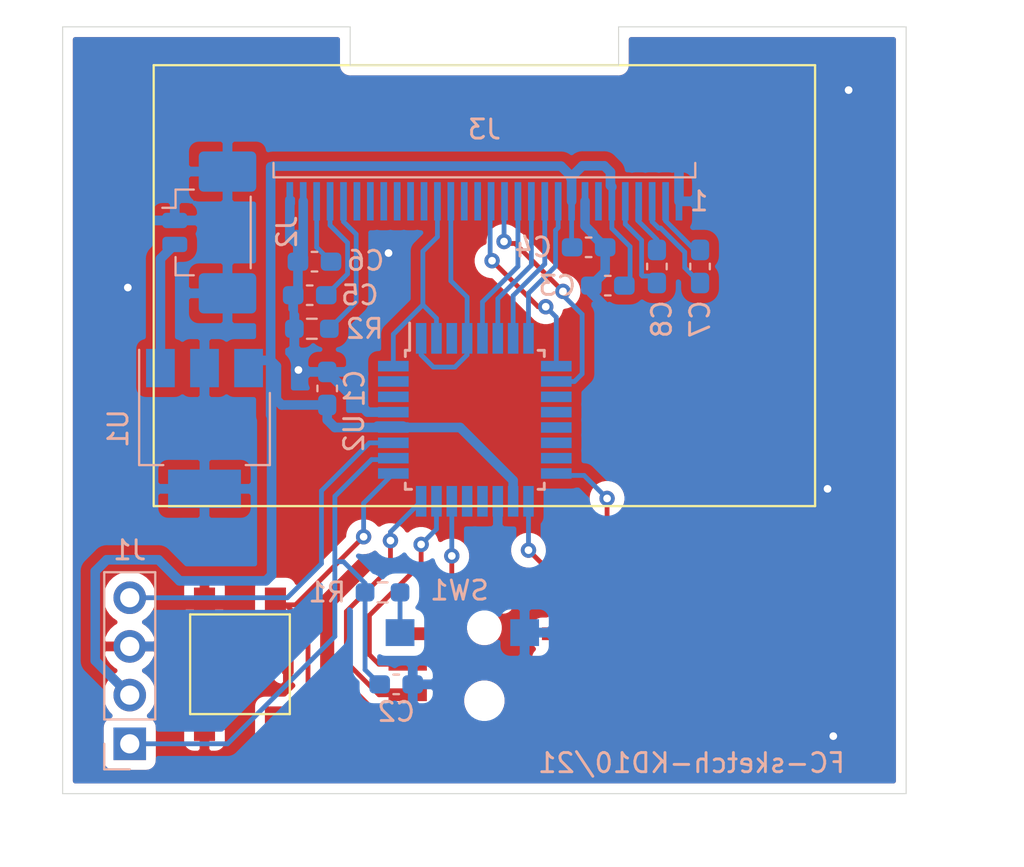
<source format=kicad_pcb>
(kicad_pcb (version 20171130) (host pcbnew 5.1.10-88a1d61d58~90~ubuntu20.04.1)

  (general
    (thickness 1.6)
    (drawings 50)
    (tracks 204)
    (zones 0)
    (modules 18)
    (nets 28)
  )

  (page A4)
  (layers
    (0 F.Cu signal)
    (31 B.Cu signal)
    (32 B.Adhes user)
    (33 F.Adhes user)
    (34 B.Paste user)
    (35 F.Paste user)
    (36 B.SilkS user)
    (37 F.SilkS user)
    (38 B.Mask user)
    (39 F.Mask user)
    (40 Dwgs.User user)
    (41 Cmts.User user)
    (42 Eco1.User user)
    (43 Eco2.User user)
    (44 Edge.Cuts user)
    (45 Margin user)
    (46 B.CrtYd user)
    (47 F.CrtYd user)
    (48 B.Fab user)
    (49 F.Fab user)
  )

  (setup
    (last_trace_width 0.25)
    (trace_clearance 0.2)
    (zone_clearance 0.508)
    (zone_45_only no)
    (trace_min 0.2)
    (via_size 0.8)
    (via_drill 0.4)
    (via_min_size 0.4)
    (via_min_drill 0.3)
    (uvia_size 0.3)
    (uvia_drill 0.1)
    (uvias_allowed no)
    (uvia_min_size 0.2)
    (uvia_min_drill 0.1)
    (edge_width 0.05)
    (segment_width 0.2)
    (pcb_text_width 0.3)
    (pcb_text_size 1.5 1.5)
    (mod_edge_width 0.12)
    (mod_text_size 1 1)
    (mod_text_width 0.15)
    (pad_size 2 1.8)
    (pad_drill 0)
    (pad_to_mask_clearance 0)
    (aux_axis_origin 0 0)
    (visible_elements FFFFFF7F)
    (pcbplotparams
      (layerselection 0x010fc_ffffffff)
      (usegerberextensions true)
      (usegerberattributes false)
      (usegerberadvancedattributes false)
      (creategerberjobfile false)
      (excludeedgelayer true)
      (linewidth 0.100000)
      (plotframeref false)
      (viasonmask false)
      (mode 1)
      (useauxorigin false)
      (hpglpennumber 1)
      (hpglpenspeed 20)
      (hpglpendiameter 15.000000)
      (psnegative false)
      (psa4output false)
      (plotreference true)
      (plotvalue false)
      (plotinvisibletext false)
      (padsonsilk false)
      (subtractmaskfromsilk true)
      (outputformat 1)
      (mirror false)
      (drillshape 0)
      (scaleselection 1)
      (outputdirectory "../../Files_for_manufacture/sketch/"))
  )

  (net 0 "")
  (net 1 GND)
  (net 2 5Vin)
  (net 3 screenCLR)
  (net 4 +3V0)
  (net 5 RST)
  (net 6 PGD)
  (net 7 "Net-(R1-Pad2)")
  (net 8 directionD)
  (net 9 directionB)
  (net 10 directionC)
  (net 11 directionE)
  (net 12 directionA)
  (net 13 "Net-(C5-Pad1)")
  (net 14 "Net-(C6-Pad1)")
  (net 15 "Net-(C7-Pad2)")
  (net 16 "Net-(C7-Pad1)")
  (net 17 "Net-(C8-Pad2)")
  (net 18 "Net-(C8-Pad1)")
  (net 19 "Net-(J3-Pad26)")
  (net 20 MOSI)
  (net 21 SCK)
  (net 22 A0)
  (net 23 RESB)
  (net 24 CSB)
  (net 25 IM2)
  (net 26 IM1)
  (net 27 IM0)

  (net_class Default "This is the default net class."
    (clearance 0.2)
    (trace_width 0.25)
    (via_dia 0.8)
    (via_drill 0.4)
    (uvia_dia 0.3)
    (uvia_drill 0.1)
    (add_net +3V0)
    (add_net 5Vin)
    (add_net A0)
    (add_net CSB)
    (add_net GND)
    (add_net IM0)
    (add_net IM1)
    (add_net IM2)
    (add_net MOSI)
    (add_net "Net-(C5-Pad1)")
    (add_net "Net-(C6-Pad1)")
    (add_net "Net-(C7-Pad1)")
    (add_net "Net-(C7-Pad2)")
    (add_net "Net-(C8-Pad1)")
    (add_net "Net-(C8-Pad2)")
    (add_net "Net-(J3-Pad26)")
    (add_net "Net-(R1-Pad2)")
    (add_net PGD)
    (add_net RESB)
    (add_net RST)
    (add_net SCK)
    (add_net directionA)
    (add_net directionB)
    (add_net directionC)
    (add_net directionD)
    (add_net directionE)
    (add_net screenCLR)
  )

  (module Connector_Molex:Molex_PicoBlade_53398-0271_1x02-1MP_P1.25mm_Vertical (layer B.Cu) (tedit 5B78AD88) (tstamp 6179B3ED)
    (at 97.1 70.725 270)
    (descr "Molex PicoBlade series connector, 53398-0271 (http://www.molex.com/pdm_docs/sd/533980271_sd.pdf), generated with kicad-footprint-generator")
    (tags "connector Molex PicoBlade side entry")
    (path /617E3B85)
    (attr smd)
    (fp_text reference J2 (at -0.025 -4.6 90) (layer B.SilkS)
      (effects (font (size 1 1) (thickness 0.15)) (justify mirror))
    )
    (fp_text value Conn_02x01_MountingPin (at 0 -4.2 90) (layer B.Fab)
      (effects (font (size 1 1) (thickness 0.15)) (justify mirror))
    )
    (fp_line (start -0.625 0.392893) (end -0.125 1.1) (layer B.Fab) (width 0.1))
    (fp_line (start -1.125 1.1) (end -0.625 0.392893) (layer B.Fab) (width 0.1))
    (fp_line (start 4.72 2.4) (end -4.72 2.4) (layer B.CrtYd) (width 0.05))
    (fp_line (start 4.72 -3.5) (end 4.72 2.4) (layer B.CrtYd) (width 0.05))
    (fp_line (start -4.72 -3.5) (end 4.72 -3.5) (layer B.CrtYd) (width 0.05))
    (fp_line (start -4.72 2.4) (end -4.72 -3.5) (layer B.CrtYd) (width 0.05))
    (fp_line (start 3.625 0.2) (end 2.125 0.2) (layer B.Fab) (width 0.1))
    (fp_line (start 3.625 -0.4) (end 3.625 0.2) (layer B.Fab) (width 0.1))
    (fp_line (start 3.825 -0.6) (end 3.625 -0.4) (layer B.Fab) (width 0.1))
    (fp_line (start 3.825 -2.4) (end 3.825 -0.6) (layer B.Fab) (width 0.1))
    (fp_line (start 3.625 -2.6) (end 3.825 -2.4) (layer B.Fab) (width 0.1))
    (fp_line (start 2.125 -2.6) (end 3.625 -2.6) (layer B.Fab) (width 0.1))
    (fp_line (start -3.625 0.2) (end -2.125 0.2) (layer B.Fab) (width 0.1))
    (fp_line (start -3.625 -0.4) (end -3.625 0.2) (layer B.Fab) (width 0.1))
    (fp_line (start -3.825 -0.6) (end -3.625 -0.4) (layer B.Fab) (width 0.1))
    (fp_line (start -3.825 -2.4) (end -3.825 -0.6) (layer B.Fab) (width 0.1))
    (fp_line (start -3.625 -2.6) (end -3.825 -2.4) (layer B.Fab) (width 0.1))
    (fp_line (start -2.125 -2.6) (end -3.625 -2.6) (layer B.Fab) (width 0.1))
    (fp_line (start 0.775 -1.225) (end 0.475 -1.225) (layer B.Fab) (width 0.1))
    (fp_line (start 0.775 -1.825) (end 0.775 -1.225) (layer B.Fab) (width 0.1))
    (fp_line (start 0.475 -1.825) (end 0.775 -1.825) (layer B.Fab) (width 0.1))
    (fp_line (start 0.475 -1.225) (end 0.475 -1.825) (layer B.Fab) (width 0.1))
    (fp_line (start -0.475 -1.225) (end -0.775 -1.225) (layer B.Fab) (width 0.1))
    (fp_line (start -0.475 -1.825) (end -0.475 -1.225) (layer B.Fab) (width 0.1))
    (fp_line (start -0.775 -1.825) (end -0.475 -1.825) (layer B.Fab) (width 0.1))
    (fp_line (start -0.775 -1.225) (end -0.775 -1.825) (layer B.Fab) (width 0.1))
    (fp_line (start 2.125 1.1) (end 2.125 -2.6) (layer B.Fab) (width 0.1))
    (fp_line (start -2.125 1.1) (end -2.125 -2.6) (layer B.Fab) (width 0.1))
    (fp_line (start -2.125 -2.6) (end 2.125 -2.6) (layer B.Fab) (width 0.1))
    (fp_line (start -1.865 -2.71) (end 1.865 -2.71) (layer B.SilkS) (width 0.12))
    (fp_line (start 2.235 1.21) (end 1.285 1.21) (layer B.SilkS) (width 0.12))
    (fp_line (start 2.235 0.26) (end 2.235 1.21) (layer B.SilkS) (width 0.12))
    (fp_line (start -1.285 1.21) (end -1.285 1.9) (layer B.SilkS) (width 0.12))
    (fp_line (start -2.235 1.21) (end -1.285 1.21) (layer B.SilkS) (width 0.12))
    (fp_line (start -2.235 0.26) (end -2.235 1.21) (layer B.SilkS) (width 0.12))
    (fp_line (start -2.125 1.1) (end 2.125 1.1) (layer B.Fab) (width 0.1))
    (fp_text user %R (at 0 -0.4 90) (layer B.Fab)
      (effects (font (size 1 1) (thickness 0.15)) (justify mirror))
    )
    (pad MP smd roundrect (at 3.175 -1.5 270) (size 2.1 3) (layers B.Cu B.Paste B.Mask) (roundrect_rratio 0.119047619047619)
      (net 1 GND))
    (pad MP smd roundrect (at -3.175 -1.5 270) (size 2.1 3) (layers B.Cu B.Paste B.Mask) (roundrect_rratio 0.119047619047619)
      (net 1 GND))
    (pad 2 smd roundrect (at 0.625 1.25 270) (size 0.8 1.3) (layers B.Cu B.Paste B.Mask) (roundrect_rratio 0.25)
      (net 2 5Vin))
    (pad 1 smd roundrect (at -0.625 1.25 270) (size 0.8 1.3) (layers B.Cu B.Paste B.Mask) (roundrect_rratio 0.25)
      (net 1 GND))
    (model ${KISYS3DMOD}/Connector_Molex.3dshapes/Molex_PicoBlade_53398-0271_1x02-1MP_P1.25mm_Vertical.wrl
      (at (xyz 0 0 0))
      (scale (xyz 1 1 1))
      (rotate (xyz 0 0 0))
    )
  )

  (module Resistor_SMD:R_0603_1608Metric_Pad0.98x0.95mm_HandSolder (layer B.Cu) (tedit 5F68FEEE) (tstamp 61796213)
    (at 103 75.75 180)
    (descr "Resistor SMD 0603 (1608 Metric), square (rectangular) end terminal, IPC_7351 nominal with elongated pad for handsoldering. (Body size source: IPC-SM-782 page 72, https://www.pcb-3d.com/wordpress/wp-content/uploads/ipc-sm-782a_amendment_1_and_2.pdf), generated with kicad-footprint-generator")
    (tags "resistor handsolder")
    (path /61834F4F)
    (attr smd)
    (fp_text reference R2 (at -2.75 0) (layer B.SilkS)
      (effects (font (size 1 1) (thickness 0.15)) (justify mirror))
    )
    (fp_text value 310k (at 0 -1.43) (layer B.Fab)
      (effects (font (size 1 1) (thickness 0.15)) (justify mirror))
    )
    (fp_line (start 1.65 -0.73) (end -1.65 -0.73) (layer B.CrtYd) (width 0.05))
    (fp_line (start 1.65 0.73) (end 1.65 -0.73) (layer B.CrtYd) (width 0.05))
    (fp_line (start -1.65 0.73) (end 1.65 0.73) (layer B.CrtYd) (width 0.05))
    (fp_line (start -1.65 -0.73) (end -1.65 0.73) (layer B.CrtYd) (width 0.05))
    (fp_line (start -0.254724 -0.5225) (end 0.254724 -0.5225) (layer B.SilkS) (width 0.12))
    (fp_line (start -0.254724 0.5225) (end 0.254724 0.5225) (layer B.SilkS) (width 0.12))
    (fp_line (start 0.8 -0.4125) (end -0.8 -0.4125) (layer B.Fab) (width 0.1))
    (fp_line (start 0.8 0.4125) (end 0.8 -0.4125) (layer B.Fab) (width 0.1))
    (fp_line (start -0.8 0.4125) (end 0.8 0.4125) (layer B.Fab) (width 0.1))
    (fp_line (start -0.8 -0.4125) (end -0.8 0.4125) (layer B.Fab) (width 0.1))
    (fp_text user %R (at 0 0) (layer B.Fab)
      (effects (font (size 0.4 0.4) (thickness 0.06)) (justify mirror))
    )
    (pad 2 smd roundrect (at 0.9125 0 180) (size 0.975 0.95) (layers B.Cu B.Paste B.Mask) (roundrect_rratio 0.25)
      (net 1 GND))
    (pad 1 smd roundrect (at -0.9125 0 180) (size 0.975 0.95) (layers B.Cu B.Paste B.Mask) (roundrect_rratio 0.25)
      (net 19 "Net-(J3-Pad26)"))
    (model ${KISYS3DMOD}/Resistor_SMD.3dshapes/R_0603_1608Metric.wrl
      (at (xyz 0 0 0))
      (scale (xyz 1 1 1))
      (rotate (xyz 0 0 0))
    )
  )

  (module My_Footprints:screenConnector_30pin_0.7pitch (layer B.Cu) (tedit 61786794) (tstamp 617961E2)
    (at 112 70.1 180)
    (path /617807E0)
    (fp_text reference J3 (at 0 4.75) (layer B.SilkS)
      (effects (font (size 1 1) (thickness 0.15)) (justify mirror))
    )
    (fp_text value Conn_01x30_Female (at 0 6.5) (layer B.Fab)
      (effects (font (size 1 1) (thickness 0.15)) (justify mirror))
    )
    (fp_line (start -10 2.75) (end -10.25 2) (layer B.Fab) (width 0.12))
    (fp_line (start -10.5 2.75) (end -10 2.75) (layer B.Fab) (width 0.12))
    (fp_line (start -10.25 2) (end -10.5 2.75) (layer B.Fab) (width 0.12))
    (fp_line (start 11 2) (end 11 3) (layer B.Fab) (width 0.12))
    (fp_line (start -11 2) (end 11 2) (layer B.Fab) (width 0.12))
    (fp_line (start -11 3) (end -11 2) (layer B.Fab) (width 0.12))
    (fp_line (start -11 -0.25) (end -11 2.25) (layer B.CrtYd) (width 0.05))
    (fp_line (start 11 -0.25) (end -11 -0.25) (layer B.CrtYd) (width 0.05))
    (fp_line (start 11 2.25) (end 11 -0.25) (layer B.CrtYd) (width 0.05))
    (fp_line (start -11 2.25) (end 11 2.25) (layer B.CrtYd) (width 0.05))
    (fp_line (start 11 2.25) (end 11 3) (layer B.SilkS) (width 0.12))
    (fp_line (start -11 2.25) (end 11 2.25) (layer B.SilkS) (width 0.12))
    (fp_line (start -11 3) (end -11 2.25) (layer B.SilkS) (width 0.12))
    (fp_text user 1 (at -11.2 1) (layer B.SilkS)
      (effects (font (size 1 1) (thickness 0.15)) (justify mirror))
    )
    (pad 30 smd rect (at 10.15 1 180) (size 0.35 2) (layers B.Cu B.Paste B.Mask)
      (net 1 GND))
    (pad 29 smd rect (at 9.45 1 180) (size 0.35 2) (layers B.Cu B.Paste B.Mask)
      (net 1 GND))
    (pad 28 smd rect (at 8.75 1 180) (size 0.35 2) (layers B.Cu B.Paste B.Mask)
      (net 14 "Net-(C6-Pad1)"))
    (pad 27 smd rect (at 8.05 1 180) (size 0.35 2) (layers B.Cu B.Paste B.Mask)
      (net 13 "Net-(C5-Pad1)"))
    (pad 26 smd rect (at 7.35 1 180) (size 0.35 2) (layers B.Cu B.Paste B.Mask)
      (net 19 "Net-(J3-Pad26)"))
    (pad 25 smd rect (at 6.65 1 180) (size 0.35 2) (layers B.Cu B.Paste B.Mask))
    (pad 24 smd rect (at 5.95 1 180) (size 0.35 2) (layers B.Cu B.Paste B.Mask))
    (pad 23 smd rect (at 5.25 1 180) (size 0.35 2) (layers B.Cu B.Paste B.Mask))
    (pad 22 smd rect (at 4.55 1 180) (size 0.35 2) (layers B.Cu B.Paste B.Mask))
    (pad 21 smd rect (at 3.85 1 180) (size 0.35 2) (layers B.Cu B.Paste B.Mask))
    (pad 20 smd rect (at 3.15 1 180) (size 0.35 2) (layers B.Cu B.Paste B.Mask))
    (pad 19 smd rect (at 2.45 1 180) (size 0.35 2) (layers B.Cu B.Paste B.Mask)
      (net 20 MOSI))
    (pad 18 smd rect (at 1.75 1 180) (size 0.35 2) (layers B.Cu B.Paste B.Mask)
      (net 21 SCK))
    (pad 17 smd rect (at 1.05 1 180) (size 0.35 2) (layers B.Cu B.Paste B.Mask))
    (pad 16 smd rect (at 0.35 1 180) (size 0.35 2) (layers B.Cu B.Paste B.Mask))
    (pad 15 smd rect (at -0.35 1 180) (size 0.35 2) (layers B.Cu B.Paste B.Mask)
      (net 22 A0))
    (pad 14 smd rect (at -1.05 1 180) (size 0.35 2) (layers B.Cu B.Paste B.Mask)
      (net 23 RESB))
    (pad 13 smd rect (at -1.75 1 180) (size 0.35 2) (layers B.Cu B.Paste B.Mask)
      (net 24 CSB))
    (pad 12 smd rect (at -2.45 1 180) (size 0.35 2) (layers B.Cu B.Paste B.Mask)
      (net 25 IM2))
    (pad 11 smd rect (at -3.15 1 180) (size 0.35 2) (layers B.Cu B.Paste B.Mask)
      (net 26 IM1))
    (pad 10 smd rect (at -3.85 1 180) (size 0.35 2) (layers B.Cu B.Paste B.Mask)
      (net 27 IM0))
    (pad 9 smd rect (at -4.55 1 180) (size 0.35 2) (layers B.Cu B.Paste B.Mask)
      (net 4 +3V0))
    (pad 8 smd rect (at -5.25 1 180) (size 0.35 2) (layers B.Cu B.Paste B.Mask)
      (net 1 GND))
    (pad 7 smd rect (at -5.95 1 180) (size 0.35 2) (layers B.Cu B.Paste B.Mask))
    (pad 6 smd rect (at -6.65 1 180) (size 0.35 2) (layers B.Cu B.Paste B.Mask)
      (net 4 +3V0))
    (pad 5 smd rect (at -7.35 1 180) (size 0.35 2) (layers B.Cu B.Paste B.Mask)
      (net 18 "Net-(C8-Pad1)"))
    (pad 4 smd rect (at -8.05 1 180) (size 0.35 2) (layers B.Cu B.Paste B.Mask)
      (net 17 "Net-(C8-Pad2)"))
    (pad 3 smd rect (at -8.75 1 180) (size 0.35 2) (layers B.Cu B.Paste B.Mask)
      (net 15 "Net-(C7-Pad2)"))
    (pad 2 smd rect (at -9.45 1 180) (size 0.35 2) (layers B.Cu B.Paste B.Mask)
      (net 16 "Net-(C7-Pad1)"))
    (pad 1 smd rect (at -10.15 1 180) (size 0.35 2) (layers B.Cu B.Paste B.Mask)
      (net 1 GND))
  )

  (module Connector_PinHeader_2.54mm:PinHeader_1x04_P2.54mm_Vertical (layer B.Cu) (tedit 59FED5CC) (tstamp 6179615A)
    (at 93.5 97.4)
    (descr "Through hole straight pin header, 1x04, 2.54mm pitch, single row")
    (tags "Through hole pin header THT 1x04 2.54mm single row")
    (path /61765889)
    (fp_text reference J1 (at 0 -10.1) (layer B.SilkS)
      (effects (font (size 1 1) (thickness 0.15)) (justify mirror))
    )
    (fp_text value Conn_01x04_Male (at 0 -9.95) (layer B.Fab)
      (effects (font (size 1 1) (thickness 0.15)) (justify mirror))
    )
    (fp_line (start 1.8 1.8) (end -1.8 1.8) (layer B.CrtYd) (width 0.05))
    (fp_line (start 1.8 -9.4) (end 1.8 1.8) (layer B.CrtYd) (width 0.05))
    (fp_line (start -1.8 -9.4) (end 1.8 -9.4) (layer B.CrtYd) (width 0.05))
    (fp_line (start -1.8 1.8) (end -1.8 -9.4) (layer B.CrtYd) (width 0.05))
    (fp_line (start -1.33 1.33) (end 0 1.33) (layer B.SilkS) (width 0.12))
    (fp_line (start -1.33 0) (end -1.33 1.33) (layer B.SilkS) (width 0.12))
    (fp_line (start -1.33 -1.27) (end 1.33 -1.27) (layer B.SilkS) (width 0.12))
    (fp_line (start 1.33 -1.27) (end 1.33 -8.95) (layer B.SilkS) (width 0.12))
    (fp_line (start -1.33 -1.27) (end -1.33 -8.95) (layer B.SilkS) (width 0.12))
    (fp_line (start -1.33 -8.95) (end 1.33 -8.95) (layer B.SilkS) (width 0.12))
    (fp_line (start -1.27 0.635) (end -0.635 1.27) (layer B.Fab) (width 0.1))
    (fp_line (start -1.27 -8.89) (end -1.27 0.635) (layer B.Fab) (width 0.1))
    (fp_line (start 1.27 -8.89) (end -1.27 -8.89) (layer B.Fab) (width 0.1))
    (fp_line (start 1.27 1.27) (end 1.27 -8.89) (layer B.Fab) (width 0.1))
    (fp_line (start -0.635 1.27) (end 1.27 1.27) (layer B.Fab) (width 0.1))
    (fp_text user %R (at 0 -3.81 -90) (layer B.Fab)
      (effects (font (size 1 1) (thickness 0.15)) (justify mirror))
    )
    (pad 4 thru_hole oval (at 0 -7.62) (size 1.7 1.7) (drill 1) (layers *.Cu *.Mask)
      (net 6 PGD))
    (pad 3 thru_hole oval (at 0 -5.08) (size 1.7 1.7) (drill 1) (layers *.Cu *.Mask)
      (net 1 GND))
    (pad 2 thru_hole oval (at 0 -2.54) (size 1.7 1.7) (drill 1) (layers *.Cu *.Mask)
      (net 4 +3V0))
    (pad 1 thru_hole rect (at 0 0) (size 1.7 1.7) (drill 1) (layers *.Cu *.Mask)
      (net 5 RST))
    (model ${KISYS3DMOD}/Connector_PinHeader_2.54mm.3dshapes/PinHeader_1x04_P2.54mm_Vertical.wrl
      (at (xyz 0 0 0))
      (scale (xyz 1 1 1))
      (rotate (xyz 0 0 0))
    )
  )

  (module Capacitor_SMD:C_0603_1608Metric_Pad1.08x0.95mm_HandSolder (layer B.Cu) (tedit 5F68FEEF) (tstamp 61796142)
    (at 121 72.5 90)
    (descr "Capacitor SMD 0603 (1608 Metric), square (rectangular) end terminal, IPC_7351 nominal with elongated pad for handsoldering. (Body size source: IPC-SM-782 page 76, https://www.pcb-3d.com/wordpress/wp-content/uploads/ipc-sm-782a_amendment_1_and_2.pdf), generated with kicad-footprint-generator")
    (tags "capacitor handsolder")
    (path /61794B19)
    (attr smd)
    (fp_text reference C8 (at -2.75 0.25 90) (layer B.SilkS)
      (effects (font (size 1 1) (thickness 0.15)) (justify mirror))
    )
    (fp_text value 4.7u (at 0 -1.43 90) (layer B.Fab)
      (effects (font (size 1 1) (thickness 0.15)) (justify mirror))
    )
    (fp_line (start 1.65 -0.73) (end -1.65 -0.73) (layer B.CrtYd) (width 0.05))
    (fp_line (start 1.65 0.73) (end 1.65 -0.73) (layer B.CrtYd) (width 0.05))
    (fp_line (start -1.65 0.73) (end 1.65 0.73) (layer B.CrtYd) (width 0.05))
    (fp_line (start -1.65 -0.73) (end -1.65 0.73) (layer B.CrtYd) (width 0.05))
    (fp_line (start -0.146267 -0.51) (end 0.146267 -0.51) (layer B.SilkS) (width 0.12))
    (fp_line (start -0.146267 0.51) (end 0.146267 0.51) (layer B.SilkS) (width 0.12))
    (fp_line (start 0.8 -0.4) (end -0.8 -0.4) (layer B.Fab) (width 0.1))
    (fp_line (start 0.8 0.4) (end 0.8 -0.4) (layer B.Fab) (width 0.1))
    (fp_line (start -0.8 0.4) (end 0.8 0.4) (layer B.Fab) (width 0.1))
    (fp_line (start -0.8 -0.4) (end -0.8 0.4) (layer B.Fab) (width 0.1))
    (fp_text user %R (at 0 0 90) (layer B.Fab)
      (effects (font (size 0.4 0.4) (thickness 0.06)) (justify mirror))
    )
    (pad 2 smd roundrect (at 0.8625 0 90) (size 1.075 0.95) (layers B.Cu B.Paste B.Mask) (roundrect_rratio 0.25)
      (net 17 "Net-(C8-Pad2)"))
    (pad 1 smd roundrect (at -0.8625 0 90) (size 1.075 0.95) (layers B.Cu B.Paste B.Mask) (roundrect_rratio 0.25)
      (net 18 "Net-(C8-Pad1)"))
    (model ${KISYS3DMOD}/Capacitor_SMD.3dshapes/C_0603_1608Metric.wrl
      (at (xyz 0 0 0))
      (scale (xyz 1 1 1))
      (rotate (xyz 0 0 0))
    )
  )

  (module Capacitor_SMD:C_0603_1608Metric_Pad1.08x0.95mm_HandSolder (layer B.Cu) (tedit 5F68FEEF) (tstamp 61796131)
    (at 123.25 72.5 270)
    (descr "Capacitor SMD 0603 (1608 Metric), square (rectangular) end terminal, IPC_7351 nominal with elongated pad for handsoldering. (Body size source: IPC-SM-782 page 76, https://www.pcb-3d.com/wordpress/wp-content/uploads/ipc-sm-782a_amendment_1_and_2.pdf), generated with kicad-footprint-generator")
    (tags "capacitor handsolder")
    (path /6179409B)
    (attr smd)
    (fp_text reference C7 (at 2.75 0 90) (layer B.SilkS)
      (effects (font (size 1 1) (thickness 0.15)) (justify mirror))
    )
    (fp_text value 4.7u (at 0 -1.43 90) (layer B.Fab)
      (effects (font (size 1 1) (thickness 0.15)) (justify mirror))
    )
    (fp_line (start 1.65 -0.73) (end -1.65 -0.73) (layer B.CrtYd) (width 0.05))
    (fp_line (start 1.65 0.73) (end 1.65 -0.73) (layer B.CrtYd) (width 0.05))
    (fp_line (start -1.65 0.73) (end 1.65 0.73) (layer B.CrtYd) (width 0.05))
    (fp_line (start -1.65 -0.73) (end -1.65 0.73) (layer B.CrtYd) (width 0.05))
    (fp_line (start -0.146267 -0.51) (end 0.146267 -0.51) (layer B.SilkS) (width 0.12))
    (fp_line (start -0.146267 0.51) (end 0.146267 0.51) (layer B.SilkS) (width 0.12))
    (fp_line (start 0.8 -0.4) (end -0.8 -0.4) (layer B.Fab) (width 0.1))
    (fp_line (start 0.8 0.4) (end 0.8 -0.4) (layer B.Fab) (width 0.1))
    (fp_line (start -0.8 0.4) (end 0.8 0.4) (layer B.Fab) (width 0.1))
    (fp_line (start -0.8 -0.4) (end -0.8 0.4) (layer B.Fab) (width 0.1))
    (fp_text user %R (at 0 0 90) (layer B.Fab)
      (effects (font (size 0.4 0.4) (thickness 0.06)) (justify mirror))
    )
    (pad 2 smd roundrect (at 0.8625 0 270) (size 1.075 0.95) (layers B.Cu B.Paste B.Mask) (roundrect_rratio 0.25)
      (net 15 "Net-(C7-Pad2)"))
    (pad 1 smd roundrect (at -0.8625 0 270) (size 1.075 0.95) (layers B.Cu B.Paste B.Mask) (roundrect_rratio 0.25)
      (net 16 "Net-(C7-Pad1)"))
    (model ${KISYS3DMOD}/Capacitor_SMD.3dshapes/C_0603_1608Metric.wrl
      (at (xyz 0 0 0))
      (scale (xyz 1 1 1))
      (rotate (xyz 0 0 0))
    )
  )

  (module Capacitor_SMD:C_0603_1608Metric_Pad1.08x0.95mm_HandSolder (layer B.Cu) (tedit 5F68FEEF) (tstamp 61796120)
    (at 103.1375 72.25 180)
    (descr "Capacitor SMD 0603 (1608 Metric), square (rectangular) end terminal, IPC_7351 nominal with elongated pad for handsoldering. (Body size source: IPC-SM-782 page 76, https://www.pcb-3d.com/wordpress/wp-content/uploads/ipc-sm-782a_amendment_1_and_2.pdf), generated with kicad-footprint-generator")
    (tags "capacitor handsolder")
    (path /6184FD53)
    (attr smd)
    (fp_text reference C6 (at -2.6625 0.05) (layer B.SilkS)
      (effects (font (size 1 1) (thickness 0.15)) (justify mirror))
    )
    (fp_text value 0.22u (at 0 -1.43) (layer B.Fab)
      (effects (font (size 1 1) (thickness 0.15)) (justify mirror))
    )
    (fp_line (start 1.65 -0.73) (end -1.65 -0.73) (layer B.CrtYd) (width 0.05))
    (fp_line (start 1.65 0.73) (end 1.65 -0.73) (layer B.CrtYd) (width 0.05))
    (fp_line (start -1.65 0.73) (end 1.65 0.73) (layer B.CrtYd) (width 0.05))
    (fp_line (start -1.65 -0.73) (end -1.65 0.73) (layer B.CrtYd) (width 0.05))
    (fp_line (start -0.146267 -0.51) (end 0.146267 -0.51) (layer B.SilkS) (width 0.12))
    (fp_line (start -0.146267 0.51) (end 0.146267 0.51) (layer B.SilkS) (width 0.12))
    (fp_line (start 0.8 -0.4) (end -0.8 -0.4) (layer B.Fab) (width 0.1))
    (fp_line (start 0.8 0.4) (end 0.8 -0.4) (layer B.Fab) (width 0.1))
    (fp_line (start -0.8 0.4) (end 0.8 0.4) (layer B.Fab) (width 0.1))
    (fp_line (start -0.8 -0.4) (end -0.8 0.4) (layer B.Fab) (width 0.1))
    (fp_text user %R (at 0 0) (layer B.Fab)
      (effects (font (size 0.4 0.4) (thickness 0.06)) (justify mirror))
    )
    (pad 2 smd roundrect (at 0.8625 0 180) (size 1.075 0.95) (layers B.Cu B.Paste B.Mask) (roundrect_rratio 0.25)
      (net 1 GND))
    (pad 1 smd roundrect (at -0.8625 0 180) (size 1.075 0.95) (layers B.Cu B.Paste B.Mask) (roundrect_rratio 0.25)
      (net 14 "Net-(C6-Pad1)"))
    (model ${KISYS3DMOD}/Capacitor_SMD.3dshapes/C_0603_1608Metric.wrl
      (at (xyz 0 0 0))
      (scale (xyz 1 1 1))
      (rotate (xyz 0 0 0))
    )
  )

  (module Capacitor_SMD:C_0603_1608Metric_Pad1.08x0.95mm_HandSolder (layer B.Cu) (tedit 5F68FEEF) (tstamp 6179610F)
    (at 102.8875 74 180)
    (descr "Capacitor SMD 0603 (1608 Metric), square (rectangular) end terminal, IPC_7351 nominal with elongated pad for handsoldering. (Body size source: IPC-SM-782 page 76, https://www.pcb-3d.com/wordpress/wp-content/uploads/ipc-sm-782a_amendment_1_and_2.pdf), generated with kicad-footprint-generator")
    (tags "capacitor handsolder")
    (path /61850457)
    (attr smd)
    (fp_text reference C5 (at -2.6125 0) (layer B.SilkS)
      (effects (font (size 1 1) (thickness 0.15)) (justify mirror))
    )
    (fp_text value 0.22u (at 0 -1.43) (layer B.Fab)
      (effects (font (size 1 1) (thickness 0.15)) (justify mirror))
    )
    (fp_line (start 1.65 -0.73) (end -1.65 -0.73) (layer B.CrtYd) (width 0.05))
    (fp_line (start 1.65 0.73) (end 1.65 -0.73) (layer B.CrtYd) (width 0.05))
    (fp_line (start -1.65 0.73) (end 1.65 0.73) (layer B.CrtYd) (width 0.05))
    (fp_line (start -1.65 -0.73) (end -1.65 0.73) (layer B.CrtYd) (width 0.05))
    (fp_line (start -0.146267 -0.51) (end 0.146267 -0.51) (layer B.SilkS) (width 0.12))
    (fp_line (start -0.146267 0.51) (end 0.146267 0.51) (layer B.SilkS) (width 0.12))
    (fp_line (start 0.8 -0.4) (end -0.8 -0.4) (layer B.Fab) (width 0.1))
    (fp_line (start 0.8 0.4) (end 0.8 -0.4) (layer B.Fab) (width 0.1))
    (fp_line (start -0.8 0.4) (end 0.8 0.4) (layer B.Fab) (width 0.1))
    (fp_line (start -0.8 -0.4) (end -0.8 0.4) (layer B.Fab) (width 0.1))
    (fp_text user %R (at 0 0) (layer B.Fab)
      (effects (font (size 0.4 0.4) (thickness 0.06)) (justify mirror))
    )
    (pad 2 smd roundrect (at 0.8625 0 180) (size 1.075 0.95) (layers B.Cu B.Paste B.Mask) (roundrect_rratio 0.25)
      (net 1 GND))
    (pad 1 smd roundrect (at -0.8625 0 180) (size 1.075 0.95) (layers B.Cu B.Paste B.Mask) (roundrect_rratio 0.25)
      (net 13 "Net-(C5-Pad1)"))
    (model ${KISYS3DMOD}/Capacitor_SMD.3dshapes/C_0603_1608Metric.wrl
      (at (xyz 0 0 0))
      (scale (xyz 1 1 1))
      (rotate (xyz 0 0 0))
    )
  )

  (module Capacitor_SMD:C_0603_1608Metric_Pad1.08x0.95mm_HandSolder (layer B.Cu) (tedit 5F68FEEF) (tstamp 617960FE)
    (at 117.4375 71.5)
    (descr "Capacitor SMD 0603 (1608 Metric), square (rectangular) end terminal, IPC_7351 nominal with elongated pad for handsoldering. (Body size source: IPC-SM-782 page 76, https://www.pcb-3d.com/wordpress/wp-content/uploads/ipc-sm-782a_amendment_1_and_2.pdf), generated with kicad-footprint-generator")
    (tags "capacitor handsolder")
    (path /618B5578)
    (attr smd)
    (fp_text reference C4 (at -2.8875 0) (layer B.SilkS)
      (effects (font (size 1 1) (thickness 0.15)) (justify mirror))
    )
    (fp_text value 4.7u (at 0 -1.43) (layer B.Fab)
      (effects (font (size 1 1) (thickness 0.15)) (justify mirror))
    )
    (fp_line (start 1.65 -0.73) (end -1.65 -0.73) (layer B.CrtYd) (width 0.05))
    (fp_line (start 1.65 0.73) (end 1.65 -0.73) (layer B.CrtYd) (width 0.05))
    (fp_line (start -1.65 0.73) (end 1.65 0.73) (layer B.CrtYd) (width 0.05))
    (fp_line (start -1.65 -0.73) (end -1.65 0.73) (layer B.CrtYd) (width 0.05))
    (fp_line (start -0.146267 -0.51) (end 0.146267 -0.51) (layer B.SilkS) (width 0.12))
    (fp_line (start -0.146267 0.51) (end 0.146267 0.51) (layer B.SilkS) (width 0.12))
    (fp_line (start 0.8 -0.4) (end -0.8 -0.4) (layer B.Fab) (width 0.1))
    (fp_line (start 0.8 0.4) (end 0.8 -0.4) (layer B.Fab) (width 0.1))
    (fp_line (start -0.8 0.4) (end 0.8 0.4) (layer B.Fab) (width 0.1))
    (fp_line (start -0.8 -0.4) (end -0.8 0.4) (layer B.Fab) (width 0.1))
    (fp_text user %R (at 0 0) (layer B.Fab)
      (effects (font (size 0.4 0.4) (thickness 0.06)) (justify mirror))
    )
    (pad 2 smd roundrect (at 0.8625 0) (size 1.075 0.95) (layers B.Cu B.Paste B.Mask) (roundrect_rratio 0.25)
      (net 1 GND))
    (pad 1 smd roundrect (at -0.8625 0) (size 1.075 0.95) (layers B.Cu B.Paste B.Mask) (roundrect_rratio 0.25)
      (net 4 +3V0))
    (model ${KISYS3DMOD}/Capacitor_SMD.3dshapes/C_0603_1608Metric.wrl
      (at (xyz 0 0 0))
      (scale (xyz 1 1 1))
      (rotate (xyz 0 0 0))
    )
  )

  (module Capacitor_SMD:C_0603_1608Metric_Pad1.08x0.95mm_HandSolder (layer B.Cu) (tedit 5F68FEEF) (tstamp 617960ED)
    (at 118.4375 73.5 180)
    (descr "Capacitor SMD 0603 (1608 Metric), square (rectangular) end terminal, IPC_7351 nominal with elongated pad for handsoldering. (Body size source: IPC-SM-782 page 76, https://www.pcb-3d.com/wordpress/wp-content/uploads/ipc-sm-782a_amendment_1_and_2.pdf), generated with kicad-footprint-generator")
    (tags "capacitor handsolder")
    (path /618B4D02)
    (attr smd)
    (fp_text reference C3 (at 2.6375 0) (layer B.SilkS)
      (effects (font (size 1 1) (thickness 0.15)) (justify mirror))
    )
    (fp_text value 4.7u (at 0 -1.43) (layer B.Fab)
      (effects (font (size 1 1) (thickness 0.15)) (justify mirror))
    )
    (fp_line (start 1.65 -0.73) (end -1.65 -0.73) (layer B.CrtYd) (width 0.05))
    (fp_line (start 1.65 0.73) (end 1.65 -0.73) (layer B.CrtYd) (width 0.05))
    (fp_line (start -1.65 0.73) (end 1.65 0.73) (layer B.CrtYd) (width 0.05))
    (fp_line (start -1.65 -0.73) (end -1.65 0.73) (layer B.CrtYd) (width 0.05))
    (fp_line (start -0.146267 -0.51) (end 0.146267 -0.51) (layer B.SilkS) (width 0.12))
    (fp_line (start -0.146267 0.51) (end 0.146267 0.51) (layer B.SilkS) (width 0.12))
    (fp_line (start 0.8 -0.4) (end -0.8 -0.4) (layer B.Fab) (width 0.1))
    (fp_line (start 0.8 0.4) (end 0.8 -0.4) (layer B.Fab) (width 0.1))
    (fp_line (start -0.8 0.4) (end 0.8 0.4) (layer B.Fab) (width 0.1))
    (fp_line (start -0.8 -0.4) (end -0.8 0.4) (layer B.Fab) (width 0.1))
    (fp_text user %R (at 0 0) (layer B.Fab)
      (effects (font (size 0.4 0.4) (thickness 0.06)) (justify mirror))
    )
    (pad 2 smd roundrect (at 0.8625 0 180) (size 1.075 0.95) (layers B.Cu B.Paste B.Mask) (roundrect_rratio 0.25)
      (net 1 GND))
    (pad 1 smd roundrect (at -0.8625 0 180) (size 1.075 0.95) (layers B.Cu B.Paste B.Mask) (roundrect_rratio 0.25)
      (net 4 +3V0))
    (model ${KISYS3DMOD}/Capacitor_SMD.3dshapes/C_0603_1608Metric.wrl
      (at (xyz 0 0 0))
      (scale (xyz 1 1 1))
      (rotate (xyz 0 0 0))
    )
  )

  (module Resistor_SMD:R_0603_1608Metric_Pad0.98x0.95mm_HandSolder (layer B.Cu) (tedit 5F68FEEE) (tstamp 617413DF)
    (at 106.6875 89.5)
    (descr "Resistor SMD 0603 (1608 Metric), square (rectangular) end terminal, IPC_7351 nominal with elongated pad for handsoldering. (Body size source: IPC-SM-782 page 72, https://www.pcb-3d.com/wordpress/wp-content/uploads/ipc-sm-782a_amendment_1_and_2.pdf), generated with kicad-footprint-generator")
    (tags "resistor handsolder")
    (path /6175AB81)
    (attr smd)
    (fp_text reference R1 (at -2.8875 0) (layer B.SilkS)
      (effects (font (size 1 1) (thickness 0.15)) (justify mirror))
    )
    (fp_text value 330 (at 0 -1.43) (layer B.Fab)
      (effects (font (size 1 1) (thickness 0.15)) (justify mirror))
    )
    (fp_line (start 1.65 -0.73) (end -1.65 -0.73) (layer B.CrtYd) (width 0.05))
    (fp_line (start 1.65 0.73) (end 1.65 -0.73) (layer B.CrtYd) (width 0.05))
    (fp_line (start -1.65 0.73) (end 1.65 0.73) (layer B.CrtYd) (width 0.05))
    (fp_line (start -1.65 -0.73) (end -1.65 0.73) (layer B.CrtYd) (width 0.05))
    (fp_line (start -0.254724 -0.5225) (end 0.254724 -0.5225) (layer B.SilkS) (width 0.12))
    (fp_line (start -0.254724 0.5225) (end 0.254724 0.5225) (layer B.SilkS) (width 0.12))
    (fp_line (start 0.8 -0.4125) (end -0.8 -0.4125) (layer B.Fab) (width 0.1))
    (fp_line (start 0.8 0.4125) (end 0.8 -0.4125) (layer B.Fab) (width 0.1))
    (fp_line (start -0.8 0.4125) (end 0.8 0.4125) (layer B.Fab) (width 0.1))
    (fp_line (start -0.8 -0.4125) (end -0.8 0.4125) (layer B.Fab) (width 0.1))
    (fp_text user %R (at 0 0) (layer B.Fab)
      (effects (font (size 0.4 0.4) (thickness 0.06)) (justify mirror))
    )
    (pad 2 smd roundrect (at 0.9125 0) (size 0.975 0.95) (layers B.Cu B.Paste B.Mask) (roundrect_rratio 0.25)
      (net 7 "Net-(R1-Pad2)"))
    (pad 1 smd roundrect (at -0.9125 0) (size 0.975 0.95) (layers B.Cu B.Paste B.Mask) (roundrect_rratio 0.25)
      (net 5 RST))
    (model ${KISYS3DMOD}/Resistor_SMD.3dshapes/R_0603_1608Metric.wrl
      (at (xyz 0 0 0))
      (scale (xyz 1 1 1))
      (rotate (xyz 0 0 0))
    )
  )

  (module Capacitor_SMD:C_0603_1608Metric_Pad1.08x0.95mm_HandSolder (layer B.Cu) (tedit 5F68FEEF) (tstamp 61741331)
    (at 107.4 94.3)
    (descr "Capacitor SMD 0603 (1608 Metric), square (rectangular) end terminal, IPC_7351 nominal with elongated pad for handsoldering. (Body size source: IPC-SM-782 page 76, https://www.pcb-3d.com/wordpress/wp-content/uploads/ipc-sm-782a_amendment_1_and_2.pdf), generated with kicad-footprint-generator")
    (tags "capacitor handsolder")
    (path /61762FB8)
    (attr smd)
    (fp_text reference C2 (at 0 1.43) (layer B.SilkS)
      (effects (font (size 1 1) (thickness 0.15)) (justify mirror))
    )
    (fp_text value 100n (at 0 -1.43) (layer B.Fab)
      (effects (font (size 1 1) (thickness 0.15)) (justify mirror))
    )
    (fp_line (start 1.65 -0.73) (end -1.65 -0.73) (layer B.CrtYd) (width 0.05))
    (fp_line (start 1.65 0.73) (end 1.65 -0.73) (layer B.CrtYd) (width 0.05))
    (fp_line (start -1.65 0.73) (end 1.65 0.73) (layer B.CrtYd) (width 0.05))
    (fp_line (start -1.65 -0.73) (end -1.65 0.73) (layer B.CrtYd) (width 0.05))
    (fp_line (start -0.146267 -0.51) (end 0.146267 -0.51) (layer B.SilkS) (width 0.12))
    (fp_line (start -0.146267 0.51) (end 0.146267 0.51) (layer B.SilkS) (width 0.12))
    (fp_line (start 0.8 -0.4) (end -0.8 -0.4) (layer B.Fab) (width 0.1))
    (fp_line (start 0.8 0.4) (end 0.8 -0.4) (layer B.Fab) (width 0.1))
    (fp_line (start -0.8 0.4) (end 0.8 0.4) (layer B.Fab) (width 0.1))
    (fp_line (start -0.8 -0.4) (end -0.8 0.4) (layer B.Fab) (width 0.1))
    (fp_text user %R (at 0 0) (layer B.Fab)
      (effects (font (size 0.4 0.4) (thickness 0.06)) (justify mirror))
    )
    (pad 2 smd roundrect (at 0.8625 0) (size 1.075 0.95) (layers B.Cu B.Paste B.Mask) (roundrect_rratio 0.25)
      (net 1 GND))
    (pad 1 smd roundrect (at -0.8625 0) (size 1.075 0.95) (layers B.Cu B.Paste B.Mask) (roundrect_rratio 0.25)
      (net 5 RST))
    (model ${KISYS3DMOD}/Capacitor_SMD.3dshapes/C_0603_1608Metric.wrl
      (at (xyz 0 0 0))
      (scale (xyz 1 1 1))
      (rotate (xyz 0 0 0))
    )
  )

  (module Capacitor_SMD:C_0603_1608Metric_Pad1.08x0.95mm_HandSolder (layer B.Cu) (tedit 5F68FEEF) (tstamp 61741320)
    (at 103.8 78.8625 90)
    (descr "Capacitor SMD 0603 (1608 Metric), square (rectangular) end terminal, IPC_7351 nominal with elongated pad for handsoldering. (Body size source: IPC-SM-782 page 76, https://www.pcb-3d.com/wordpress/wp-content/uploads/ipc-sm-782a_amendment_1_and_2.pdf), generated with kicad-footprint-generator")
    (tags "capacitor handsolder")
    (path /61754EE3)
    (attr smd)
    (fp_text reference C1 (at 0 1.43 90) (layer B.SilkS)
      (effects (font (size 1 1) (thickness 0.15)) (justify mirror))
    )
    (fp_text value 1u (at 0 -1.43 90) (layer B.Fab)
      (effects (font (size 1 1) (thickness 0.15)) (justify mirror))
    )
    (fp_line (start 1.65 -0.73) (end -1.65 -0.73) (layer B.CrtYd) (width 0.05))
    (fp_line (start 1.65 0.73) (end 1.65 -0.73) (layer B.CrtYd) (width 0.05))
    (fp_line (start -1.65 0.73) (end 1.65 0.73) (layer B.CrtYd) (width 0.05))
    (fp_line (start -1.65 -0.73) (end -1.65 0.73) (layer B.CrtYd) (width 0.05))
    (fp_line (start -0.146267 -0.51) (end 0.146267 -0.51) (layer B.SilkS) (width 0.12))
    (fp_line (start -0.146267 0.51) (end 0.146267 0.51) (layer B.SilkS) (width 0.12))
    (fp_line (start 0.8 -0.4) (end -0.8 -0.4) (layer B.Fab) (width 0.1))
    (fp_line (start 0.8 0.4) (end 0.8 -0.4) (layer B.Fab) (width 0.1))
    (fp_line (start -0.8 0.4) (end 0.8 0.4) (layer B.Fab) (width 0.1))
    (fp_line (start -0.8 -0.4) (end -0.8 0.4) (layer B.Fab) (width 0.1))
    (fp_text user %R (at 0 0 90) (layer B.Fab)
      (effects (font (size 0.4 0.4) (thickness 0.06)) (justify mirror))
    )
    (pad 2 smd roundrect (at 0.8625 0 90) (size 1.075 0.95) (layers B.Cu B.Paste B.Mask) (roundrect_rratio 0.25)
      (net 1 GND))
    (pad 1 smd roundrect (at -0.8625 0 90) (size 1.075 0.95) (layers B.Cu B.Paste B.Mask) (roundrect_rratio 0.25)
      (net 4 +3V0))
    (model ${KISYS3DMOD}/Capacitor_SMD.3dshapes/C_0603_1608Metric.wrl
      (at (xyz 0 0 0))
      (scale (xyz 1 1 1))
      (rotate (xyz 0 0 0))
    )
  )

  (module Package_QFP:TQFP-32_7x7mm_P0.8mm (layer B.Cu) (tedit 5A02F146) (tstamp 617310B1)
    (at 111.5 80.5 270)
    (descr "32-Lead Plastic Thin Quad Flatpack (PT) - 7x7x1.0 mm Body, 2.00 mm [TQFP] (see Microchip Packaging Specification 00000049BS.pdf)")
    (tags "QFP 0.8")
    (path /617711D0)
    (attr smd)
    (fp_text reference U2 (at 0.7 6.3 90) (layer B.SilkS)
      (effects (font (size 1 1) (thickness 0.15)) (justify mirror))
    )
    (fp_text value AVR64DA32 (at 0 -6.05 90) (layer B.Fab)
      (effects (font (size 1 1) (thickness 0.15)) (justify mirror))
    )
    (fp_line (start -2.5 3.5) (end 3.5 3.5) (layer B.Fab) (width 0.15))
    (fp_line (start 3.5 3.5) (end 3.5 -3.5) (layer B.Fab) (width 0.15))
    (fp_line (start 3.5 -3.5) (end -3.5 -3.5) (layer B.Fab) (width 0.15))
    (fp_line (start -3.5 -3.5) (end -3.5 2.5) (layer B.Fab) (width 0.15))
    (fp_line (start -3.5 2.5) (end -2.5 3.5) (layer B.Fab) (width 0.15))
    (fp_line (start -5.3 5.3) (end -5.3 -5.3) (layer B.CrtYd) (width 0.05))
    (fp_line (start 5.3 5.3) (end 5.3 -5.3) (layer B.CrtYd) (width 0.05))
    (fp_line (start -5.3 5.3) (end 5.3 5.3) (layer B.CrtYd) (width 0.05))
    (fp_line (start -5.3 -5.3) (end 5.3 -5.3) (layer B.CrtYd) (width 0.05))
    (fp_line (start -3.625 3.625) (end -3.625 3.4) (layer B.SilkS) (width 0.15))
    (fp_line (start 3.625 3.625) (end 3.625 3.3) (layer B.SilkS) (width 0.15))
    (fp_line (start 3.625 -3.625) (end 3.625 -3.3) (layer B.SilkS) (width 0.15))
    (fp_line (start -3.625 -3.625) (end -3.625 -3.3) (layer B.SilkS) (width 0.15))
    (fp_line (start -3.625 3.625) (end -3.3 3.625) (layer B.SilkS) (width 0.15))
    (fp_line (start -3.625 -3.625) (end -3.3 -3.625) (layer B.SilkS) (width 0.15))
    (fp_line (start 3.625 -3.625) (end 3.3 -3.625) (layer B.SilkS) (width 0.15))
    (fp_line (start 3.625 3.625) (end 3.3 3.625) (layer B.SilkS) (width 0.15))
    (fp_line (start -3.625 3.4) (end -5.05 3.4) (layer B.SilkS) (width 0.15))
    (fp_text user %R (at 0 0 90) (layer B.Fab)
      (effects (font (size 1 1) (thickness 0.15)) (justify mirror))
    )
    (pad 32 smd rect (at -2.8 4.25 180) (size 1.6 0.55) (layers B.Cu B.Paste B.Mask)
      (net 20 MOSI))
    (pad 31 smd rect (at -2 4.25 180) (size 1.6 0.55) (layers B.Cu B.Paste B.Mask))
    (pad 30 smd rect (at -1.2 4.25 180) (size 1.6 0.55) (layers B.Cu B.Paste B.Mask))
    (pad 29 smd rect (at -0.4 4.25 180) (size 1.6 0.55) (layers B.Cu B.Paste B.Mask)
      (net 1 GND))
    (pad 28 smd rect (at 0.4 4.25 180) (size 1.6 0.55) (layers B.Cu B.Paste B.Mask)
      (net 4 +3V0))
    (pad 27 smd rect (at 1.2 4.25 180) (size 1.6 0.55) (layers B.Cu B.Paste B.Mask)
      (net 6 PGD))
    (pad 26 smd rect (at 2 4.25 180) (size 1.6 0.55) (layers B.Cu B.Paste B.Mask)
      (net 5 RST))
    (pad 25 smd rect (at 2.8 4.25 180) (size 1.6 0.55) (layers B.Cu B.Paste B.Mask)
      (net 3 screenCLR))
    (pad 24 smd rect (at 4.25 2.8 270) (size 1.6 0.55) (layers B.Cu B.Paste B.Mask)
      (net 10 directionC))
    (pad 23 smd rect (at 4.25 2 270) (size 1.6 0.55) (layers B.Cu B.Paste B.Mask)
      (net 11 directionE))
    (pad 22 smd rect (at 4.25 1.2 270) (size 1.6 0.55) (layers B.Cu B.Paste B.Mask)
      (net 12 directionA))
    (pad 21 smd rect (at 4.25 0.4 270) (size 1.6 0.55) (layers B.Cu B.Paste B.Mask))
    (pad 20 smd rect (at 4.25 -0.4 270) (size 1.6 0.55) (layers B.Cu B.Paste B.Mask))
    (pad 19 smd rect (at 4.25 -1.2 270) (size 1.6 0.55) (layers B.Cu B.Paste B.Mask)
      (net 1 GND))
    (pad 18 smd rect (at 4.25 -2 270) (size 1.6 0.55) (layers B.Cu B.Paste B.Mask)
      (net 4 +3V0))
    (pad 17 smd rect (at 4.25 -2.8 270) (size 1.6 0.55) (layers B.Cu B.Paste B.Mask)
      (net 8 directionD))
    (pad 16 smd rect (at 2.8 -4.25 180) (size 1.6 0.55) (layers B.Cu B.Paste B.Mask)
      (net 9 directionB))
    (pad 15 smd rect (at 2 -4.25 180) (size 1.6 0.55) (layers B.Cu B.Paste B.Mask))
    (pad 14 smd rect (at 1.2 -4.25 180) (size 1.6 0.55) (layers B.Cu B.Paste B.Mask))
    (pad 13 smd rect (at 0.4 -4.25 180) (size 1.6 0.55) (layers B.Cu B.Paste B.Mask))
    (pad 12 smd rect (at -0.4 -4.25 180) (size 1.6 0.55) (layers B.Cu B.Paste B.Mask))
    (pad 11 smd rect (at -1.2 -4.25 180) (size 1.6 0.55) (layers B.Cu B.Paste B.Mask))
    (pad 10 smd rect (at -2 -4.25 180) (size 1.6 0.55) (layers B.Cu B.Paste B.Mask)
      (net 23 RESB))
    (pad 9 smd rect (at -2.8 -4.25 180) (size 1.6 0.55) (layers B.Cu B.Paste B.Mask)
      (net 22 A0))
    (pad 8 smd rect (at -4.25 -2.8 270) (size 1.6 0.55) (layers B.Cu B.Paste B.Mask)
      (net 27 IM0))
    (pad 7 smd rect (at -4.25 -2 270) (size 1.6 0.55) (layers B.Cu B.Paste B.Mask)
      (net 26 IM1))
    (pad 6 smd rect (at -4.25 -1.2 270) (size 1.6 0.55) (layers B.Cu B.Paste B.Mask)
      (net 25 IM2))
    (pad 5 smd rect (at -4.25 -0.4 270) (size 1.6 0.55) (layers B.Cu B.Paste B.Mask)
      (net 24 CSB))
    (pad 4 smd rect (at -4.25 0.4 270) (size 1.6 0.55) (layers B.Cu B.Paste B.Mask)
      (net 21 SCK))
    (pad 3 smd rect (at -4.25 1.2 270) (size 1.6 0.55) (layers B.Cu B.Paste B.Mask))
    (pad 2 smd rect (at -4.25 2 270) (size 1.6 0.55) (layers B.Cu B.Paste B.Mask)
      (net 20 MOSI))
    (pad 1 smd rect (at -4.25 2.8 270) (size 1.6 0.55) (layers B.Cu B.Paste B.Mask)
      (net 21 SCK))
    (model ${KISYS3DMOD}/Package_QFP.3dshapes/TQFP-32_7x7mm_P0.8mm.wrl
      (at (xyz 0 0 0))
      (scale (xyz 1 1 1))
      (rotate (xyz 0 0 0))
    )
  )

  (module My_Footprints:WS-TASV (layer B.Cu) (tedit 6172A26F) (tstamp 61730827)
    (at 110.85 91.6 180)
    (path /61733BBA)
    (fp_text reference SW1 (at 0.15 2.2) (layer B.SilkS)
      (effects (font (size 1 1) (thickness 0.15)) (justify mirror))
    )
    (fp_text value SW_Push (at 0 4.75) (layer B.Fab)
      (effects (font (size 1 1) (thickness 0.15)) (justify mirror))
    )
    (pad 2 smd rect (at 3.25 0 180) (size 1.5 1.4) (layers B.Cu B.Paste B.Mask)
      (net 7 "Net-(R1-Pad2)"))
    (pad 1 smd rect (at -3.25 0 180) (size 1.5 1.4) (layers B.Cu B.Paste B.Mask)
      (net 1 GND))
  )

  (module Package_TO_SOT_SMD:SOT-223 (layer B.Cu) (tedit 5A02FF57) (tstamp 616F275C)
    (at 97.4 80.95 270)
    (descr "module CMS SOT223 4 pins")
    (tags "CMS SOT")
    (path /617059BD)
    (attr smd)
    (fp_text reference U1 (at 0 4.5 270) (layer B.SilkS)
      (effects (font (size 1 1) (thickness 0.15)) (justify mirror))
    )
    (fp_text value MC33275ST-3.0T3G (at 0 -4.5 270) (layer B.Fab)
      (effects (font (size 1 1) (thickness 0.15)) (justify mirror))
    )
    (fp_line (start -1.85 2.3) (end -0.8 3.35) (layer B.Fab) (width 0.1))
    (fp_line (start 1.91 -3.41) (end 1.91 -2.15) (layer B.SilkS) (width 0.12))
    (fp_line (start 1.91 3.41) (end 1.91 2.15) (layer B.SilkS) (width 0.12))
    (fp_line (start 4.4 3.6) (end -4.4 3.6) (layer B.CrtYd) (width 0.05))
    (fp_line (start 4.4 -3.6) (end 4.4 3.6) (layer B.CrtYd) (width 0.05))
    (fp_line (start -4.4 -3.6) (end 4.4 -3.6) (layer B.CrtYd) (width 0.05))
    (fp_line (start -4.4 3.6) (end -4.4 -3.6) (layer B.CrtYd) (width 0.05))
    (fp_line (start -1.85 2.3) (end -1.85 -3.35) (layer B.Fab) (width 0.1))
    (fp_line (start -1.85 -3.41) (end 1.91 -3.41) (layer B.SilkS) (width 0.12))
    (fp_line (start -0.8 3.35) (end 1.85 3.35) (layer B.Fab) (width 0.1))
    (fp_line (start -4.1 3.41) (end 1.91 3.41) (layer B.SilkS) (width 0.12))
    (fp_line (start -1.85 -3.35) (end 1.85 -3.35) (layer B.Fab) (width 0.1))
    (fp_line (start 1.85 3.35) (end 1.85 -3.35) (layer B.Fab) (width 0.1))
    (fp_text user %R (at 0 0) (layer B.Fab)
      (effects (font (size 0.8 0.8) (thickness 0.12)) (justify mirror))
    )
    (pad 1 smd rect (at -3.15 2.3 270) (size 2 1.5) (layers B.Cu B.Paste B.Mask)
      (net 2 5Vin))
    (pad 3 smd rect (at -3.15 -2.3 270) (size 2 1.5) (layers B.Cu B.Paste B.Mask)
      (net 4 +3V0))
    (pad 2 smd rect (at -3.15 0 270) (size 2 1.5) (layers B.Cu B.Paste B.Mask)
      (net 1 GND))
    (pad 4 smd rect (at 3.15 0 270) (size 2 3.8) (layers B.Cu B.Paste B.Mask)
      (net 1 GND))
    (model ${KISYS3DMOD}/Package_TO_SOT_SMD.3dshapes/SOT-223.wrl
      (at (xyz 0 0 0))
      (scale (xyz 1 1 1))
      (rotate (xyz 0 0 0))
    )
  )

  (module My_Footprints:MCMT5 (layer F.Cu) (tedit 6179A713) (tstamp 6179C570)
    (at 112 93.25)
    (path /616D993C)
    (fp_text reference SW2 (at -3.5 -4.25) (layer F.SilkS) hide
      (effects (font (size 1 1) (thickness 0.15)))
    )
    (fp_text value Multidirection_Switch_5 (at 0 -5.75) (layer F.Fab) hide
      (effects (font (size 1 1) (thickness 0.15)))
    )
    (pad "" np_thru_hole circle (at 0 1.9) (size 1.1 1.1) (drill 1.1) (layers *.Cu *.Mask))
    (pad "" np_thru_hole circle (at 0 -1.9) (size 0.8 0.8) (drill 0.8) (layers *.Cu *.Mask))
    (pad 7 smd rect (at 0 -4.05) (size 2 1.8) (layers F.Cu F.Paste F.Mask))
    (pad 7 smd rect (at 0 4.05) (size 2 1.8) (layers F.Cu F.Paste F.Mask))
    (pad 6 smd rect (at 4 -1.5915) (size 2 0.667) (layers F.Cu F.Paste F.Mask)
      (net 8 directionD))
    (pad 5 smd rect (at 4 0) (size 2 0.667) (layers F.Cu F.Paste F.Mask)
      (net 1 GND))
    (pad 4 smd rect (at 4 1.5915) (size 2 0.667) (layers F.Cu F.Paste F.Mask)
      (net 9 directionB))
    (pad 3 smd rect (at -4 1.5915) (size 2 0.667) (layers F.Cu F.Paste F.Mask)
      (net 10 directionC))
    (pad 2 smd rect (at -4 0) (size 2 0.667) (layers F.Cu F.Paste F.Mask)
      (net 11 directionE))
    (pad 1 smd rect (at -4 -1.5915) (size 2 0.667) (layers F.Cu F.Paste F.Mask)
      (net 12 directionA))
  )

  (module My_Footprints:MSLPT5252-BG (layer F.Cu) (tedit 61684BB9) (tstamp 616F2738)
    (at 99.25 93.25 180)
    (path /616DB4C0)
    (attr smd)
    (fp_text reference SW3 (at 0 -6.75) (layer F.SilkS) hide
      (effects (font (size 1 1) (thickness 0.15)))
    )
    (fp_text value SW_Push_GND (at 0 -8.5) (layer F.Fab) hide
      (effects (font (size 1 1) (thickness 0.15)))
    )
    (fp_line (start -2.6 2.6) (end -2.6 -2.6) (layer F.SilkS) (width 0.12))
    (fp_line (start 2.6 2.6) (end -2.6 2.6) (layer F.SilkS) (width 0.12))
    (fp_line (start 2.6 -2.6) (end 2.6 2.6) (layer F.SilkS) (width 0.12))
    (fp_line (start -2.6 -2.6) (end 2.6 -2.6) (layer F.SilkS) (width 0.12))
    (pad 3 smd rect (at 2.5 0 180) (size 0.6 1) (layers F.Cu F.Paste F.Mask)
      (net 1 GND))
    (pad 3 smd rect (at -2.5 0 180) (size 0.6 1) (layers F.Cu F.Paste F.Mask)
      (net 1 GND))
    (pad 2 smd rect (at 1.85 3.1 180) (size 1.1 1.8) (layers F.Cu F.Paste F.Mask)
      (net 1 GND))
    (pad 1 smd rect (at -1.85 3.1 180) (size 1.1 1.8) (layers F.Cu F.Paste F.Mask)
      (net 3 screenCLR))
    (pad 2 smd rect (at 1.85 -3.1 180) (size 1.1 1.8) (layers F.Cu F.Paste F.Mask)
      (net 1 GND))
    (pad 1 smd rect (at -1.85 -3.1 180) (size 1.1 1.8) (layers F.Cu F.Paste F.Mask)
      (net 3 screenCLR))
    (model /home/katie/kicad/3D/MSLPT5252-BG.step
      (at (xyz 0 0 0))
      (scale (xyz 1 1 1))
      (rotate (xyz 0 0 0))
    )
  )

  (dimension 40 (width 0.15) (layer Dwgs.User)
    (gr_text "40.000 mm" (at 138.8 80 90) (layer Dwgs.User)
      (effects (font (size 1 1) (thickness 0.15)))
    )
    (feature1 (pts (xy 134 60) (xy 138.086421 60)))
    (feature2 (pts (xy 134 100) (xy 138.086421 100)))
    (crossbar (pts (xy 137.5 100) (xy 137.5 60)))
    (arrow1a (pts (xy 137.5 60) (xy 138.086421 61.126504)))
    (arrow1b (pts (xy 137.5 60) (xy 136.913579 61.126504)))
    (arrow2a (pts (xy 137.5 100) (xy 138.086421 98.873496)))
    (arrow2b (pts (xy 137.5 100) (xy 136.913579 98.873496)))
  )
  (dimension 44 (width 0.15) (layer Dwgs.User)
    (gr_text "44.000 mm" (at 112 104.5) (layer Dwgs.User)
      (effects (font (size 1 1) (thickness 0.15)))
    )
    (feature1 (pts (xy 134 100) (xy 134 103.786421)))
    (feature2 (pts (xy 90 100) (xy 90 103.786421)))
    (crossbar (pts (xy 90 103.2) (xy 134 103.2)))
    (arrow1a (pts (xy 134 103.2) (xy 132.873496 103.786421)))
    (arrow1b (pts (xy 134 103.2) (xy 132.873496 102.613579)))
    (arrow2a (pts (xy 90 103.2) (xy 91.126504 103.786421)))
    (arrow2b (pts (xy 90 103.2) (xy 91.126504 102.613579)))
  )
  (gr_text FC-sketch-KD10/21 (at 122.8 98.4) (layer B.SilkS)
    (effects (font (size 1 1) (thickness 0.15)) (justify mirror))
  )
  (gr_line (start 94.75 85) (end 94.75 62) (layer F.SilkS) (width 0.12) (tstamp 61798462))
  (gr_line (start 129.25 85) (end 94.75 85) (layer F.SilkS) (width 0.12))
  (gr_line (start 129.25 62) (end 129.25 85) (layer F.SilkS) (width 0.12))
  (gr_line (start 94.75 62) (end 129.25 62) (layer F.SilkS) (width 0.12))
  (gr_line (start 129.25 62) (end 112 62) (layer Dwgs.User) (width 0.15))
  (gr_line (start 129.25 85) (end 129.25 62) (layer Dwgs.User) (width 0.15))
  (gr_line (start 94.75 85) (end 129.25 85) (layer Dwgs.User) (width 0.15))
  (gr_line (start 94.75 62) (end 94.75 85) (layer Dwgs.User) (width 0.15))
  (gr_line (start 112 62) (end 94.75 62) (layer Dwgs.User) (width 0.15))
  (gr_line (start 95.5 62) (end 96.5 62) (layer Dwgs.User) (width 0.15))
  (gr_line (start 119 60) (end 134 60) (layer Edge.Cuts) (width 0.05) (tstamp 6179821F))
  (gr_line (start 119 62) (end 119 60) (layer Edge.Cuts) (width 0.05))
  (gr_line (start 105 62) (end 119 62) (layer Edge.Cuts) (width 0.05))
  (gr_line (start 105 60) (end 105 62) (layer Edge.Cuts) (width 0.05))
  (gr_line (start 90 60) (end 105 60) (layer Edge.Cuts) (width 0.05))
  (gr_line (start 105 62) (end 112 62) (layer Dwgs.User) (width 0.15) (tstamp 61798216))
  (gr_line (start 119 60) (end 105 60) (layer Dwgs.User) (width 0.15))
  (gr_line (start 112 62) (end 119 62) (layer Dwgs.User) (width 0.15))
  (gr_line (start 112 60) (end 112 62) (layer Dwgs.User) (width 0.15))
  (gr_line (start 99.25 93.25) (end 99.25 92.25) (layer Dwgs.User) (width 0.15))
  (gr_line (start 106.75 93.25) (end 99.25 93.25) (layer Dwgs.User) (width 0.15))
  (gr_line (start 112 93.25) (end 106.75 93.25) (layer Dwgs.User) (width 0.15))
  (gr_line (start 117.5 93.25) (end 124.75 93.25) (layer Dwgs.User) (width 0.15))
  (gr_line (start 92 93.25) (end 132 93.25) (layer Dwgs.User) (width 0.15))
  (gr_line (start 123 93.25) (end 92 93.25) (layer Dwgs.User) (width 0.15))
  (gr_line (start 123 86.5) (end 123 93.25) (layer Dwgs.User) (width 0.15))
  (gr_line (start 112 85.5) (end 113 85.5) (layer Dwgs.User) (width 0.15))
  (gr_line (start 112 84.5) (end 112 85.5) (layer Dwgs.User) (width 0.15))
  (gr_line (start 90 100) (end 90 60) (layer Edge.Cuts) (width 0.05) (tstamp 61796462))
  (gr_line (start 134 100) (end 90 100) (layer Edge.Cuts) (width 0.05))
  (gr_line (start 134 60) (end 134 100) (layer Edge.Cuts) (width 0.05))
  (gr_line (start 112 60) (end 112 61.5) (layer Dwgs.User) (width 0.15))
  (gr_line (start 132 80) (end 92 80) (layer Dwgs.User) (width 0.15))
  (gr_line (start 132 100) (end 132 80) (layer Dwgs.User) (width 0.15))
  (gr_line (start 112 100) (end 132 100) (layer Dwgs.User) (width 0.15))
  (gr_line (start 112 60) (end 112 100) (layer Dwgs.User) (width 0.15))
  (gr_line (start 132 60) (end 112 60) (layer Dwgs.User) (width 0.15))
  (gr_line (start 134 60) (end 132 60) (layer Dwgs.User) (width 0.15))
  (gr_line (start 134 100) (end 134 60) (layer Dwgs.User) (width 0.15))
  (gr_line (start 92 100) (end 134 100) (layer Dwgs.User) (width 0.15))
  (gr_line (start 92 60) (end 92 100) (layer Dwgs.User) (width 0.15))
  (gr_line (start 90 60) (end 92 60) (layer Dwgs.User) (width 0.15))
  (gr_line (start 90 100) (end 90 60) (layer Dwgs.User) (width 0.15) (tstamp 6179639E))
  (gr_line (start 132 100) (end 90 100) (layer Dwgs.User) (width 0.15))
  (gr_line (start 132 60) (end 132 100) (layer Dwgs.User) (width 0.15))
  (gr_line (start 130 60) (end 132 60) (layer Dwgs.User) (width 0.15))
  (gr_line (start 90 60) (end 130 60) (layer Dwgs.User) (width 0.15))

  (segment (start 105.9 80.1) (end 107.25 80.1) (width 0.5) (layer B.Cu) (net 1))
  (segment (start 103.8 78) (end 105.9 80.1) (width 0.5) (layer B.Cu) (net 1))
  (segment (start 117.25 70.385002) (end 117.664998 70.8) (width 0.5) (layer B.Cu) (net 1))
  (segment (start 117.25 69.1) (end 117.25 70.385002) (width 0.5) (layer B.Cu) (net 1))
  (segment (start 117.664998 70.864998) (end 118.3 71.5) (width 0.5) (layer B.Cu) (net 1))
  (segment (start 117.664998 70.8) (end 117.664998 70.864998) (width 0.5) (layer B.Cu) (net 1))
  (segment (start 122.15 69.1) (end 122.15 67.35) (width 0.5) (layer B.Cu) (net 1))
  (segment (start 122.15 67.35) (end 122.3 67.2) (width 0.5) (layer B.Cu) (net 1))
  (segment (start 118.3 72.775) (end 117.575 73.5) (width 0.5) (layer B.Cu) (net 1))
  (segment (start 118.3 71.5) (end 118.3 72.775) (width 0.5) (layer B.Cu) (net 1))
  (segment (start 117.575 73.5) (end 117.575 73.875) (width 0.5) (layer B.Cu) (net 1))
  (segment (start 117.575 73.875) (end 118.5 74.8) (width 0.5) (layer B.Cu) (net 1))
  (segment (start 102.275 73.75) (end 102.025 74) (width 0.5) (layer B.Cu) (net 1))
  (segment (start 102.275 72.25) (end 102.275 73.75) (width 0.5) (layer B.Cu) (net 1))
  (segment (start 101.85 69.1) (end 101.85 70.95) (width 0.5) (layer B.Cu) (net 1))
  (segment (start 102.275 71.375) (end 102.275 72.25) (width 0.5) (layer B.Cu) (net 1))
  (segment (start 101.85 70.95) (end 102.275 71.375) (width 0.5) (layer B.Cu) (net 1))
  (segment (start 102.55 71.975) (end 102.275 72.25) (width 0.5) (layer B.Cu) (net 1))
  (segment (start 102.55 69.1) (end 102.55 71.975) (width 0.5) (layer B.Cu) (net 1))
  (segment (start 112.7 84.75) (end 112.7 86.2) (width 0.5) (layer B.Cu) (net 1))
  (via (at 93.4 73.6) (size 0.8) (drill 0.4) (layers F.Cu B.Cu) (net 1))
  (via (at 102.3 77.9) (size 0.8) (drill 0.4) (layers F.Cu B.Cu) (net 1))
  (via (at 107 71.8) (size 0.8) (drill 0.4) (layers F.Cu B.Cu) (net 1))
  (via (at 129.9 84.1) (size 0.8) (drill 0.4) (layers F.Cu B.Cu) (net 1))
  (via (at 131 63.3) (size 0.8) (drill 0.4) (layers F.Cu B.Cu) (net 1))
  (via (at 130.2 97) (size 0.8) (drill 0.4) (layers F.Cu B.Cu) (net 1))
  (segment (start 95.1 72.1) (end 95.85 71.35) (width 0.5) (layer B.Cu) (net 2))
  (segment (start 95.1 77.8) (end 95.1 72.1) (width 0.5) (layer B.Cu) (net 2))
  (via (at 105.7 86.6) (size 0.8) (drill 0.4) (layers F.Cu B.Cu) (net 3))
  (segment (start 102.15 90.15) (end 105.7 86.6) (width 0.25) (layer F.Cu) (net 3))
  (segment (start 105.7 84.85) (end 107.25 83.3) (width 0.25) (layer B.Cu) (net 3))
  (segment (start 105.7 86.6) (end 105.7 84.85) (width 0.25) (layer B.Cu) (net 3))
  (segment (start 101.1 90.15) (end 102.15 90.15) (width 0.25) (layer F.Cu) (net 3))
  (segment (start 101.1 90.15) (end 101.65 90.15) (width 0.25) (layer F.Cu) (net 3))
  (segment (start 101.65 90.15) (end 102.8 91.3) (width 0.25) (layer F.Cu) (net 3))
  (segment (start 102.8 94.65) (end 101.1 96.35) (width 0.25) (layer F.Cu) (net 3))
  (segment (start 102.8 91.3) (end 102.8 94.65) (width 0.25) (layer F.Cu) (net 3))
  (segment (start 106.424999 80.825001) (end 107.75 80.825001) (width 0.5) (layer B.Cu) (net 4))
  (segment (start 116.55 69.1) (end 116.55 70.95) (width 0.25) (layer B.Cu) (net 4))
  (segment (start 113.5 83.664998) (end 113.5 84.75) (width 0.5) (layer B.Cu) (net 4))
  (segment (start 110.735002 80.9) (end 113.5 83.664998) (width 0.5) (layer B.Cu) (net 4))
  (segment (start 107.25 80.9) (end 110.735002 80.9) (width 0.5) (layer B.Cu) (net 4))
  (segment (start 118.65 70.51699) (end 119.6 71.46699) (width 0.25) (layer B.Cu) (net 4))
  (segment (start 118.65 69.1) (end 118.65 70.51699) (width 0.25) (layer B.Cu) (net 4))
  (segment (start 119.6 71.46699) (end 119.6 73.3) (width 0.25) (layer B.Cu) (net 4))
  (segment (start 116.55 70.95) (end 116.55 71.45) (width 0.25) (layer B.Cu) (net 4))
  (segment (start 118.575001 68.275001) (end 118.65 68.35) (width 0.5) (layer B.Cu) (net 4))
  (segment (start 118.575001 67.575001) (end 118.575001 68.275001) (width 0.5) (layer B.Cu) (net 4))
  (segment (start 117.114998 67.25) (end 118.25 67.25) (width 0.5) (layer B.Cu) (net 4))
  (segment (start 116.5 67.864998) (end 117.114998 67.25) (width 0.5) (layer B.Cu) (net 4))
  (segment (start 118.25 67.25) (end 118.575001 67.575001) (width 0.5) (layer B.Cu) (net 4))
  (segment (start 116.5 67.764998) (end 116.5 67.864998) (width 0.5) (layer B.Cu) (net 4))
  (segment (start 116 67.264998) (end 116.5 67.764998) (width 0.5) (layer B.Cu) (net 4))
  (segment (start 100.985002 67.264998) (end 116 67.264998) (width 0.5) (layer B.Cu) (net 4))
  (segment (start 100.85001 67.39999) (end 100.985002 67.264998) (width 0.5) (layer B.Cu) (net 4))
  (segment (start 100.85001 80.25) (end 100.85001 67.3) (width 0.5) (layer B.Cu) (net 4))
  (segment (start 105.4 80.9) (end 104.2 80.9) (width 0.5) (layer B.Cu) (net 4))
  (segment (start 107.25 80.9) (end 105.4 80.9) (width 0.5) (layer B.Cu) (net 4))
  (segment (start 103.8 80.5) (end 103.8 79.725) (width 0.5) (layer B.Cu) (net 4))
  (segment (start 104.2 80.9) (end 103.8 80.5) (width 0.5) (layer B.Cu) (net 4))
  (segment (start 116.55 67.814998) (end 116.5 67.764998) (width 0.5) (layer B.Cu) (net 4))
  (segment (start 116.55 69.1) (end 116.55 67.814998) (width 0.5) (layer B.Cu) (net 4))
  (segment (start 100.1 77.4) (end 99.7 77.8) (width 0.5) (layer B.Cu) (net 4))
  (segment (start 100.85001 77.4) (end 100.1 77.4) (width 0.5) (layer B.Cu) (net 4))
  (segment (start 101.149999 77.699989) (end 100.85001 77.4) (width 0.5) (layer B.Cu) (net 4))
  (segment (start 103.8 79.725) (end 101.424998 79.725) (width 0.5) (layer B.Cu) (net 4))
  (segment (start 101.424998 79.725) (end 101.149999 79.450001) (width 0.5) (layer B.Cu) (net 4))
  (segment (start 101.149999 79.450001) (end 101.149999 77.699989) (width 0.5) (layer B.Cu) (net 4))
  (segment (start 91.7 88.4) (end 91.7 93.06) (width 0.5) (layer B.Cu) (net 4))
  (segment (start 92.3 87.8) (end 91.7 88.4) (width 0.5) (layer B.Cu) (net 4))
  (segment (start 91.7 93.06) (end 93.5 94.86) (width 0.5) (layer B.Cu) (net 4))
  (segment (start 96.1 88.9) (end 95 87.8) (width 0.5) (layer B.Cu) (net 4))
  (segment (start 95 87.8) (end 92.3 87.8) (width 0.5) (layer B.Cu) (net 4))
  (segment (start 100.6 88.9) (end 96.1 88.9) (width 0.5) (layer B.Cu) (net 4))
  (segment (start 100.9 88.6) (end 100.6 88.9) (width 0.5) (layer B.Cu) (net 4))
  (segment (start 100.9 79.4) (end 100.9 88.6) (width 0.5) (layer B.Cu) (net 4))
  (segment (start 106.114963 82.574999) (end 104.20001 84.489952) (width 0.25) (layer B.Cu) (net 5))
  (segment (start 107.175001 82.574999) (end 106.114963 82.574999) (width 0.25) (layer B.Cu) (net 5))
  (segment (start 107.25 82.5) (end 107.175001 82.574999) (width 0.25) (layer B.Cu) (net 5))
  (segment (start 98.6 97.4) (end 93.5 97.4) (width 0.25) (layer B.Cu) (net 5))
  (segment (start 104.20001 91.79999) (end 98.6 97.4) (width 0.25) (layer B.Cu) (net 5))
  (segment (start 104.65001 87.90001) (end 104.20001 87.90001) (width 0.25) (layer B.Cu) (net 5))
  (segment (start 105.775 89.025) (end 104.65001 87.90001) (width 0.25) (layer B.Cu) (net 5))
  (segment (start 105.775 89.5) (end 105.775 89.025) (width 0.25) (layer B.Cu) (net 5))
  (segment (start 104.20001 87.90001) (end 104.20001 91.79999) (width 0.25) (layer B.Cu) (net 5))
  (segment (start 104.20001 84.489952) (end 104.20001 87.90001) (width 0.25) (layer B.Cu) (net 5))
  (segment (start 105.775 93.5375) (end 105.775 89.5) (width 0.25) (layer B.Cu) (net 5))
  (segment (start 106.5375 94.3) (end 105.775 93.5375) (width 0.25) (layer B.Cu) (net 5))
  (segment (start 103.5 84.2) (end 106 81.7) (width 0.25) (layer B.Cu) (net 6))
  (segment (start 103.5 88) (end 103.5 84.2) (width 0.25) (layer B.Cu) (net 6))
  (segment (start 101.72 89.78) (end 103.5 88) (width 0.25) (layer B.Cu) (net 6))
  (segment (start 106 81.7) (end 107.25 81.7) (width 0.25) (layer B.Cu) (net 6))
  (segment (start 93.5 89.78) (end 101.72 89.78) (width 0.25) (layer B.Cu) (net 6))
  (segment (start 107.6 89.5) (end 107.6 91.6) (width 0.25) (layer B.Cu) (net 7))
  (via (at 114.3 87.3) (size 0.8) (drill 0.4) (layers F.Cu B.Cu) (net 8))
  (segment (start 116 89) (end 114.3 87.3) (width 0.25) (layer F.Cu) (net 8))
  (segment (start 116 91.6585) (end 116 89) (width 0.25) (layer F.Cu) (net 8))
  (segment (start 114.3 87.3) (end 114.3 84.75) (width 0.25) (layer B.Cu) (net 8))
  (via (at 118.4 84.6) (size 0.8) (drill 0.4) (layers F.Cu B.Cu) (net 9))
  (segment (start 118.4 93.9415) (end 118.4 84.6) (width 0.25) (layer F.Cu) (net 9))
  (segment (start 117.5 94.8415) (end 118.4 93.9415) (width 0.25) (layer F.Cu) (net 9))
  (segment (start 116 94.8415) (end 117.5 94.8415) (width 0.25) (layer F.Cu) (net 9))
  (segment (start 118.4 84.6) (end 117.2 83.4) (width 0.25) (layer B.Cu) (net 9))
  (segment (start 115.85 83.4) (end 115.75 83.3) (width 0.25) (layer B.Cu) (net 9))
  (segment (start 117.2 83.4) (end 115.85 83.4) (width 0.25) (layer B.Cu) (net 9))
  (segment (start 106.5 94.8415) (end 104.8 93.1415) (width 0.25) (layer F.Cu) (net 10))
  (segment (start 108 94.8415) (end 106.5 94.8415) (width 0.25) (layer F.Cu) (net 10))
  (segment (start 104.8 93.1415) (end 104.8 90.5) (width 0.25) (layer F.Cu) (net 10))
  (via (at 107.1 86.8) (size 0.8) (drill 0.4) (layers F.Cu B.Cu) (net 10))
  (segment (start 107.1 88.2) (end 107.1 86.8) (width 0.25) (layer F.Cu) (net 10))
  (segment (start 104.8 90.5) (end 107.1 88.2) (width 0.25) (layer F.Cu) (net 10))
  (segment (start 107.1 86.35) (end 108.7 84.75) (width 0.25) (layer B.Cu) (net 10))
  (segment (start 107.1 86.8) (end 107.1 86.35) (width 0.25) (layer B.Cu) (net 10))
  (segment (start 106.5 93.25) (end 106 92.75) (width 0.25) (layer F.Cu) (net 11))
  (segment (start 108 93.25) (end 106.5 93.25) (width 0.25) (layer F.Cu) (net 11))
  (segment (start 106 92.75) (end 106 90.7) (width 0.25) (layer F.Cu) (net 11))
  (segment (start 106 90.7) (end 108.4 88.3) (width 0.25) (layer F.Cu) (net 11))
  (via (at 108.7 87) (size 0.8) (drill 0.4) (layers F.Cu B.Cu) (net 11))
  (segment (start 108.7 88) (end 108.7 87) (width 0.25) (layer F.Cu) (net 11))
  (segment (start 108.4 88.3) (end 108.7 88) (width 0.25) (layer F.Cu) (net 11))
  (segment (start 109.5 86.2) (end 109.5 84.75) (width 0.25) (layer B.Cu) (net 11))
  (segment (start 108.7 87) (end 109.5 86.2) (width 0.25) (layer B.Cu) (net 11))
  (segment (start 109.5 91.6585) (end 110.3 90.8585) (width 0.25) (layer F.Cu) (net 12))
  (segment (start 108 91.6585) (end 109.5 91.6585) (width 0.25) (layer F.Cu) (net 12))
  (via (at 110.3 87.6) (size 0.8) (drill 0.4) (layers F.Cu B.Cu) (net 12))
  (segment (start 110.3 90.8585) (end 110.3 87.6) (width 0.25) (layer F.Cu) (net 12))
  (segment (start 110.3 87.6) (end 110.3 84.75) (width 0.25) (layer B.Cu) (net 12))
  (segment (start 104.86251 72.88749) (end 103.75 74) (width 0.25) (layer B.Cu) (net 13))
  (segment (start 104.86251 71.26251) (end 104.86251 72.88749) (width 0.25) (layer B.Cu) (net 13))
  (segment (start 103.95 70.35) (end 104.86251 71.26251) (width 0.25) (layer B.Cu) (net 13))
  (segment (start 103.95 69.1) (end 103.95 70.35) (width 0.25) (layer B.Cu) (net 13))
  (segment (start 103.25 71.5) (end 104 72.25) (width 0.25) (layer B.Cu) (net 14))
  (segment (start 103.25 69.1) (end 103.25 71.5) (width 0.25) (layer B.Cu) (net 14))
  (segment (start 122.44999 72.56249) (end 123.25 73.3625) (width 0.25) (layer B.Cu) (net 15))
  (segment (start 122.44999 71.75448) (end 122.44999 72.56249) (width 0.25) (layer B.Cu) (net 15))
  (segment (start 121.19551 70.5) (end 122.44999 71.75448) (width 0.25) (layer B.Cu) (net 15))
  (segment (start 121.089998 70.5) (end 121.19551 70.5) (width 0.25) (layer B.Cu) (net 15))
  (segment (start 120.75 70.160002) (end 121.089998 70.5) (width 0.25) (layer B.Cu) (net 15))
  (segment (start 120.75 69.1) (end 120.75 70.160002) (width 0.25) (layer B.Cu) (net 15))
  (segment (start 121.45 69.1) (end 121.45 70.11808) (width 0.25) (layer B.Cu) (net 16))
  (segment (start 122.96942 71.6375) (end 123.25 71.6375) (width 0.25) (layer B.Cu) (net 16))
  (segment (start 121.45 70.11808) (end 122.96942 71.6375) (width 0.25) (layer B.Cu) (net 16))
  (segment (start 121 71.1) (end 120 70.1) (width 0.25) (layer B.Cu) (net 17))
  (segment (start 121 71.6375) (end 121 71.1) (width 0.25) (layer B.Cu) (net 17))
  (segment (start 120 70.1) (end 120 69.5) (width 0.25) (layer B.Cu) (net 17))
  (segment (start 120.19999 71.136804) (end 120.19999 72.94999) (width 0.25) (layer B.Cu) (net 18))
  (segment (start 119.35 70.286814) (end 120.19999 71.136804) (width 0.25) (layer B.Cu) (net 18))
  (segment (start 119.35 69.1) (end 119.35 70.286814) (width 0.25) (layer B.Cu) (net 18))
  (segment (start 120.19999 72.94999) (end 120.25 73) (width 0.25) (layer B.Cu) (net 18))
  (segment (start 120.25 73) (end 120.75 73) (width 0.25) (layer B.Cu) (net 18))
  (segment (start 105.31252 74.34998) (end 103.9125 75.75) (width 0.25) (layer B.Cu) (net 19))
  (segment (start 105.31252 70.822522) (end 105.31252 74.34998) (width 0.25) (layer B.Cu) (net 19))
  (segment (start 104.65 70.160002) (end 105.31252 70.822522) (width 0.25) (layer B.Cu) (net 19))
  (segment (start 104.65 69.1) (end 104.65 70.160002) (width 0.25) (layer B.Cu) (net 19))
  (segment (start 107.25 76.039998) (end 108.789998 74.5) (width 0.25) (layer B.Cu) (net 20))
  (segment (start 107.25 77.7) (end 107.25 76.039998) (width 0.25) (layer B.Cu) (net 20))
  (segment (start 109.5 75.210002) (end 109.5 76.25) (width 0.25) (layer B.Cu) (net 20))
  (segment (start 108.789998 74.5) (end 109.5 75.210002) (width 0.25) (layer B.Cu) (net 20))
  (segment (start 108.789998 74.5) (end 108.789998 71.710002) (width 0.25) (layer B.Cu) (net 20))
  (segment (start 109.55 70.95) (end 109.55 69.1) (width 0.25) (layer B.Cu) (net 20))
  (segment (start 108.789998 71.710002) (end 109.55 70.95) (width 0.25) (layer B.Cu) (net 20))
  (segment (start 108.7 77.110002) (end 109.339998 77.75) (width 0.25) (layer B.Cu) (net 21))
  (segment (start 108.7 76.25) (end 108.7 77.110002) (width 0.25) (layer B.Cu) (net 21))
  (segment (start 111.1 77.110002) (end 111.1 76.25) (width 0.25) (layer B.Cu) (net 21))
  (segment (start 110.460002 77.75) (end 111.1 77.110002) (width 0.25) (layer B.Cu) (net 21))
  (segment (start 109.339998 77.75) (end 110.460002 77.75) (width 0.25) (layer B.Cu) (net 21))
  (segment (start 111.1 76.25) (end 111.1 74.1) (width 0.25) (layer B.Cu) (net 21))
  (segment (start 110.25 73.25) (end 110.25 69.1) (width 0.25) (layer B.Cu) (net 21))
  (segment (start 111.1 74.1) (end 110.25 73.25) (width 0.25) (layer B.Cu) (net 21))
  (via (at 115.2 74.6) (size 0.8) (drill 0.4) (layers F.Cu B.Cu) (net 22))
  (segment (start 115.75 75.15) (end 115.2 74.6) (width 0.25) (layer B.Cu) (net 22))
  (segment (start 115.75 77.7) (end 115.75 75.15) (width 0.25) (layer B.Cu) (net 22))
  (via (at 112.4 72.2) (size 0.8) (drill 0.4) (layers F.Cu B.Cu) (net 22))
  (segment (start 112.299999 72.099999) (end 112.4 72.2) (width 0.25) (layer B.Cu) (net 22))
  (segment (start 112.299999 69.150001) (end 112.299999 72.099999) (width 0.25) (layer B.Cu) (net 22))
  (segment (start 112.35 69.1) (end 112.299999 69.150001) (width 0.25) (layer B.Cu) (net 22))
  (segment (start 114.8 74.6) (end 115.2 74.6) (width 0.25) (layer F.Cu) (net 22))
  (segment (start 112.4 72.2) (end 114.8 74.6) (width 0.25) (layer F.Cu) (net 22))
  (segment (start 115.75 78.5) (end 116.7 78.5) (width 0.25) (layer B.Cu) (net 23))
  (segment (start 116.7 78.5) (end 117.1 78.1) (width 0.25) (layer B.Cu) (net 23))
  (segment (start 117.1 78.1) (end 117.1 75) (width 0.25) (layer B.Cu) (net 23))
  (via (at 116.1 73.8) (size 0.8) (drill 0.4) (layers F.Cu B.Cu) (net 23))
  (segment (start 116.1 74) (end 116.1 73.8) (width 0.25) (layer B.Cu) (net 23))
  (segment (start 117.1 75) (end 116.1 74) (width 0.25) (layer B.Cu) (net 23))
  (segment (start 116.1 73.8) (end 113.6 71.3) (width 0.25) (layer F.Cu) (net 23))
  (via (at 113.025 71.2) (size 0.8) (drill 0.4) (layers F.Cu B.Cu) (net 23))
  (segment (start 113.125 71.3) (end 113.025 71.2) (width 0.25) (layer F.Cu) (net 23))
  (segment (start 113.6 71.3) (end 113.125 71.3) (width 0.25) (layer F.Cu) (net 23))
  (segment (start 113.025 69.125) (end 113.05 69.1) (width 0.25) (layer B.Cu) (net 23))
  (segment (start 113.025 71.2) (end 113.025 69.125) (width 0.25) (layer B.Cu) (net 23))
  (segment (start 111.9 76.25) (end 111.9 74.35) (width 0.25) (layer B.Cu) (net 24))
  (segment (start 113.75 72.5) (end 113.75 69.1) (width 0.25) (layer B.Cu) (net 24))
  (segment (start 111.9 74.35) (end 113.75 72.5) (width 0.25) (layer B.Cu) (net 24))
  (segment (start 114.45 72.43641) (end 114.45 69.1) (width 0.25) (layer B.Cu) (net 25))
  (segment (start 112.7 74.18641) (end 114.45 72.43641) (width 0.25) (layer B.Cu) (net 25))
  (segment (start 112.7 76.25) (end 112.7 74.18641) (width 0.25) (layer B.Cu) (net 25))
  (segment (start 115.15 72.37282) (end 115.15 69.1) (width 0.25) (layer B.Cu) (net 26))
  (segment (start 113.5 74.02282) (end 115.15 72.37282) (width 0.25) (layer B.Cu) (net 26))
  (segment (start 113.5 76.25) (end 113.5 74.02282) (width 0.25) (layer B.Cu) (net 26))
  (segment (start 114.3 76.25) (end 114.3 73.9) (width 0.25) (layer B.Cu) (net 27))
  (segment (start 115.71249 72.48751) (end 115.71249 70.61249) (width 0.25) (layer B.Cu) (net 27))
  (segment (start 114.3 73.9) (end 115.71249 72.48751) (width 0.25) (layer B.Cu) (net 27))
  (segment (start 115.85 70.47498) (end 115.85 69.1) (width 0.25) (layer B.Cu) (net 27))
  (segment (start 115.71249 70.61249) (end 115.85 70.47498) (width 0.25) (layer B.Cu) (net 27))

  (zone (net 1) (net_name GND) (layer B.Cu) (tstamp 617DBA53) (hatch edge 0.508)
    (connect_pads (clearance 0.508))
    (min_thickness 0.254)
    (fill yes (arc_segments 32) (thermal_gap 0.508) (thermal_bridge_width 0.508))
    (polygon
      (pts
        (xy 134.7 100.4) (xy 88.8 100.4) (xy 88.8 58.6) (xy 134.7 58.6)
      )
    )
    (filled_polygon
      (pts
        (xy 104.340001 61.967571) (xy 104.336807 62) (xy 104.34955 62.129383) (xy 104.38729 62.253793) (xy 104.448575 62.36845)
        (xy 104.531052 62.468948) (xy 104.63155 62.551425) (xy 104.746207 62.61271) (xy 104.870617 62.65045) (xy 104.967581 62.66)
        (xy 105 62.663193) (xy 105.032419 62.66) (xy 118.967581 62.66) (xy 119 62.663193) (xy 119.032419 62.66)
        (xy 119.129383 62.65045) (xy 119.253793 62.61271) (xy 119.36845 62.551425) (xy 119.468948 62.468948) (xy 119.551425 62.36845)
        (xy 119.61271 62.253793) (xy 119.65045 62.129383) (xy 119.663193 62) (xy 119.66 61.967581) (xy 119.66 60.66)
        (xy 133.34 60.66) (xy 133.340001 99.34) (xy 90.66 99.34) (xy 90.66 88.4) (xy 90.810719 88.4)
        (xy 90.815 88.443469) (xy 90.815001 93.016521) (xy 90.810719 93.06) (xy 90.827805 93.23349) (xy 90.878412 93.400313)
        (xy 90.96059 93.554059) (xy 91.043468 93.655046) (xy 91.043471 93.655049) (xy 91.071184 93.688817) (xy 91.104951 93.716529)
        (xy 92.029461 94.64104) (xy 92.015 94.71374) (xy 92.015 95.00626) (xy 92.072068 95.293158) (xy 92.18401 95.563411)
        (xy 92.346525 95.806632) (xy 92.47838 95.938487) (xy 92.40582 95.960498) (xy 92.295506 96.019463) (xy 92.198815 96.098815)
        (xy 92.119463 96.195506) (xy 92.060498 96.30582) (xy 92.024188 96.425518) (xy 92.011928 96.55) (xy 92.011928 98.25)
        (xy 92.024188 98.374482) (xy 92.060498 98.49418) (xy 92.119463 98.604494) (xy 92.198815 98.701185) (xy 92.295506 98.780537)
        (xy 92.40582 98.839502) (xy 92.525518 98.875812) (xy 92.65 98.888072) (xy 94.35 98.888072) (xy 94.474482 98.875812)
        (xy 94.59418 98.839502) (xy 94.704494 98.780537) (xy 94.801185 98.701185) (xy 94.880537 98.604494) (xy 94.939502 98.49418)
        (xy 94.975812 98.374482) (xy 94.988072 98.25) (xy 94.988072 98.16) (xy 98.562678 98.16) (xy 98.6 98.163676)
        (xy 98.637322 98.16) (xy 98.637333 98.16) (xy 98.748986 98.149003) (xy 98.892247 98.105546) (xy 99.024276 98.034974)
        (xy 99.140001 97.940001) (xy 99.163804 97.910997) (xy 104.711013 92.363789) (xy 104.740011 92.339991) (xy 104.823375 92.238412)
        (xy 104.834984 92.224267) (xy 104.905556 92.092237) (xy 104.93057 92.009774) (xy 104.949013 91.948976) (xy 104.96001 91.837323)
        (xy 104.96001 91.837314) (xy 104.963686 91.799991) (xy 104.96001 91.762668) (xy 104.96001 90.401049) (xy 105.015001 90.446179)
        (xy 105.015 93.500177) (xy 105.011324 93.5375) (xy 105.015 93.574822) (xy 105.015 93.574832) (xy 105.025997 93.686485)
        (xy 105.057093 93.788997) (xy 105.069454 93.829746) (xy 105.140026 93.961776) (xy 105.177759 94.007753) (xy 105.234999 94.077501)
        (xy 105.264002 94.101303) (xy 105.361928 94.199229) (xy 105.361928 94.5375) (xy 105.378752 94.708316) (xy 105.428577 94.872567)
        (xy 105.509488 95.023942) (xy 105.618377 95.156623) (xy 105.751058 95.265512) (xy 105.902433 95.346423) (xy 106.066684 95.396248)
        (xy 106.2375 95.413072) (xy 106.8375 95.413072) (xy 107.008316 95.396248) (xy 107.172567 95.346423) (xy 107.322606 95.266226)
        (xy 107.370506 95.305537) (xy 107.48082 95.364502) (xy 107.600518 95.400812) (xy 107.725 95.413072) (xy 107.97675 95.41)
        (xy 108.1355 95.25125) (xy 108.1355 94.427) (xy 108.3895 94.427) (xy 108.3895 95.25125) (xy 108.54825 95.41)
        (xy 108.8 95.413072) (xy 108.924482 95.400812) (xy 109.04418 95.364502) (xy 109.154494 95.305537) (xy 109.251185 95.226185)
        (xy 109.330537 95.129494) (xy 109.38196 95.033288) (xy 110.815 95.033288) (xy 110.815 95.266712) (xy 110.860539 95.495652)
        (xy 110.949866 95.711308) (xy 111.07955 95.905394) (xy 111.244606 96.07045) (xy 111.438692 96.200134) (xy 111.654348 96.289461)
        (xy 111.883288 96.335) (xy 112.116712 96.335) (xy 112.345652 96.289461) (xy 112.561308 96.200134) (xy 112.755394 96.07045)
        (xy 112.92045 95.905394) (xy 113.050134 95.711308) (xy 113.139461 95.495652) (xy 113.185 95.266712) (xy 113.185 95.033288)
        (xy 113.139461 94.804348) (xy 113.050134 94.588692) (xy 112.92045 94.394606) (xy 112.755394 94.22955) (xy 112.561308 94.099866)
        (xy 112.345652 94.010539) (xy 112.116712 93.965) (xy 111.883288 93.965) (xy 111.654348 94.010539) (xy 111.438692 94.099866)
        (xy 111.244606 94.22955) (xy 111.07955 94.394606) (xy 110.949866 94.588692) (xy 110.860539 94.804348) (xy 110.815 95.033288)
        (xy 109.38196 95.033288) (xy 109.389502 95.01918) (xy 109.425812 94.899482) (xy 109.438072 94.775) (xy 109.435 94.58575)
        (xy 109.27625 94.427) (xy 108.3895 94.427) (xy 108.1355 94.427) (xy 108.1155 94.427) (xy 108.1155 94.173)
        (xy 108.1355 94.173) (xy 108.1355 93.34875) (xy 108.3895 93.34875) (xy 108.3895 94.173) (xy 109.27625 94.173)
        (xy 109.435 94.01425) (xy 109.438072 93.825) (xy 109.425812 93.700518) (xy 109.389502 93.58082) (xy 109.330537 93.470506)
        (xy 109.251185 93.373815) (xy 109.154494 93.294463) (xy 109.04418 93.235498) (xy 108.924482 93.199188) (xy 108.8 93.186928)
        (xy 108.54825 93.19) (xy 108.3895 93.34875) (xy 108.1355 93.34875) (xy 107.97675 93.19) (xy 107.725 93.186928)
        (xy 107.600518 93.199188) (xy 107.48082 93.235498) (xy 107.370506 93.294463) (xy 107.322606 93.333774) (xy 107.172567 93.253577)
        (xy 107.008316 93.203752) (xy 106.8375 93.186928) (xy 106.535 93.186928) (xy 106.535 92.851647) (xy 106.60582 92.889502)
        (xy 106.725518 92.925812) (xy 106.85 92.938072) (xy 108.35 92.938072) (xy 108.474482 92.925812) (xy 108.59418 92.889502)
        (xy 108.704494 92.830537) (xy 108.801185 92.751185) (xy 108.880537 92.654494) (xy 108.939502 92.54418) (xy 108.975812 92.424482)
        (xy 108.988072 92.3) (xy 108.988072 91.248061) (xy 110.965 91.248061) (xy 110.965 91.451939) (xy 111.004774 91.651898)
        (xy 111.082795 91.840256) (xy 111.196063 92.009774) (xy 111.340226 92.153937) (xy 111.509744 92.267205) (xy 111.698102 92.345226)
        (xy 111.898061 92.385) (xy 112.101939 92.385) (xy 112.301898 92.345226) (xy 112.490256 92.267205) (xy 112.659774 92.153937)
        (xy 112.713409 92.100302) (xy 112.711928 92.3) (xy 112.724188 92.424482) (xy 112.760498 92.54418) (xy 112.819463 92.654494)
        (xy 112.898815 92.751185) (xy 112.995506 92.830537) (xy 113.10582 92.889502) (xy 113.225518 92.925812) (xy 113.35 92.938072)
        (xy 113.81425 92.935) (xy 113.973 92.77625) (xy 113.973 91.727) (xy 114.227 91.727) (xy 114.227 92.77625)
        (xy 114.38575 92.935) (xy 114.85 92.938072) (xy 114.974482 92.925812) (xy 115.09418 92.889502) (xy 115.204494 92.830537)
        (xy 115.301185 92.751185) (xy 115.380537 92.654494) (xy 115.439502 92.54418) (xy 115.475812 92.424482) (xy 115.488072 92.3)
        (xy 115.485 91.88575) (xy 115.32625 91.727) (xy 114.227 91.727) (xy 113.973 91.727) (xy 113.953 91.727)
        (xy 113.953 91.473) (xy 113.973 91.473) (xy 113.973 90.42375) (xy 114.227 90.42375) (xy 114.227 91.473)
        (xy 115.32625 91.473) (xy 115.485 91.31425) (xy 115.488072 90.9) (xy 115.475812 90.775518) (xy 115.439502 90.65582)
        (xy 115.380537 90.545506) (xy 115.301185 90.448815) (xy 115.204494 90.369463) (xy 115.09418 90.310498) (xy 114.974482 90.274188)
        (xy 114.85 90.261928) (xy 114.38575 90.265) (xy 114.227 90.42375) (xy 113.973 90.42375) (xy 113.81425 90.265)
        (xy 113.35 90.261928) (xy 113.225518 90.274188) (xy 113.10582 90.310498) (xy 112.995506 90.369463) (xy 112.898815 90.448815)
        (xy 112.819463 90.545506) (xy 112.763644 90.649933) (xy 112.659774 90.546063) (xy 112.490256 90.432795) (xy 112.301898 90.354774)
        (xy 112.101939 90.315) (xy 111.898061 90.315) (xy 111.698102 90.354774) (xy 111.509744 90.432795) (xy 111.340226 90.546063)
        (xy 111.196063 90.690226) (xy 111.082795 90.859744) (xy 111.004774 91.048102) (xy 110.965 91.248061) (xy 108.988072 91.248061)
        (xy 108.988072 90.9) (xy 108.975812 90.775518) (xy 108.939502 90.65582) (xy 108.880537 90.545506) (xy 108.801185 90.448815)
        (xy 108.704494 90.369463) (xy 108.59418 90.310498) (xy 108.524359 90.289318) (xy 108.578012 90.223942) (xy 108.658923 90.072567)
        (xy 108.708748 89.908316) (xy 108.725572 89.7375) (xy 108.725572 89.2625) (xy 108.708748 89.091684) (xy 108.658923 88.927433)
        (xy 108.578012 88.776058) (xy 108.469123 88.643377) (xy 108.336442 88.534488) (xy 108.185067 88.453577) (xy 108.020816 88.403752)
        (xy 107.85 88.386928) (xy 107.35 88.386928) (xy 107.179184 88.403752) (xy 107.014933 88.453577) (xy 106.863558 88.534488)
        (xy 106.730877 88.643377) (xy 106.6875 88.696232) (xy 106.644123 88.643377) (xy 106.511442 88.534488) (xy 106.360067 88.453577)
        (xy 106.242809 88.418007) (xy 105.425471 87.60067) (xy 105.598061 87.635) (xy 105.801939 87.635) (xy 106.001898 87.595226)
        (xy 106.190256 87.517205) (xy 106.289935 87.450602) (xy 106.296063 87.459774) (xy 106.440226 87.603937) (xy 106.609744 87.717205)
        (xy 106.798102 87.795226) (xy 106.998061 87.835) (xy 107.201939 87.835) (xy 107.401898 87.795226) (xy 107.590256 87.717205)
        (xy 107.759774 87.603937) (xy 107.819108 87.544603) (xy 107.896063 87.659774) (xy 108.040226 87.803937) (xy 108.209744 87.917205)
        (xy 108.398102 87.995226) (xy 108.598061 88.035) (xy 108.801939 88.035) (xy 109.001898 87.995226) (xy 109.190256 87.917205)
        (xy 109.294027 87.847868) (xy 109.304774 87.901898) (xy 109.382795 88.090256) (xy 109.496063 88.259774) (xy 109.640226 88.403937)
        (xy 109.809744 88.517205) (xy 109.998102 88.595226) (xy 110.198061 88.635) (xy 110.401939 88.635) (xy 110.601898 88.595226)
        (xy 110.790256 88.517205) (xy 110.959774 88.403937) (xy 111.103937 88.259774) (xy 111.217205 88.090256) (xy 111.295226 87.901898)
        (xy 111.335 87.701939) (xy 111.335 87.498061) (xy 111.295226 87.298102) (xy 111.217205 87.109744) (xy 111.103937 86.940226)
        (xy 111.06 86.896289) (xy 111.06 86.188072) (xy 111.375 86.188072) (xy 111.499482 86.175812) (xy 111.5 86.175655)
        (xy 111.500518 86.175812) (xy 111.625 86.188072) (xy 112.175 86.188072) (xy 112.299482 86.175812) (xy 112.30062 86.175467)
        (xy 112.41425 86.185) (xy 112.506333 86.092917) (xy 112.529494 86.080537) (xy 112.626185 86.001185) (xy 112.7 85.911241)
        (xy 112.773815 86.001185) (xy 112.870506 86.080537) (xy 112.893667 86.092917) (xy 112.98575 86.185) (xy 113.09938 86.175467)
        (xy 113.100518 86.175812) (xy 113.225 86.188072) (xy 113.54 86.188072) (xy 113.54 86.596289) (xy 113.496063 86.640226)
        (xy 113.382795 86.809744) (xy 113.304774 86.998102) (xy 113.265 87.198061) (xy 113.265 87.401939) (xy 113.304774 87.601898)
        (xy 113.382795 87.790256) (xy 113.496063 87.959774) (xy 113.640226 88.103937) (xy 113.809744 88.217205) (xy 113.998102 88.295226)
        (xy 114.198061 88.335) (xy 114.401939 88.335) (xy 114.601898 88.295226) (xy 114.790256 88.217205) (xy 114.959774 88.103937)
        (xy 115.103937 87.959774) (xy 115.217205 87.790256) (xy 115.295226 87.601898) (xy 115.335 87.401939) (xy 115.335 87.198061)
        (xy 115.295226 86.998102) (xy 115.217205 86.809744) (xy 115.103937 86.640226) (xy 115.06 86.596289) (xy 115.06 85.959981)
        (xy 115.105537 85.904494) (xy 115.164502 85.79418) (xy 115.200812 85.674482) (xy 115.213072 85.55) (xy 115.213072 84.213072)
        (xy 116.55 84.213072) (xy 116.674482 84.200812) (xy 116.79418 84.164502) (xy 116.802603 84.16) (xy 116.885199 84.16)
        (xy 117.365 84.639802) (xy 117.365 84.701939) (xy 117.404774 84.901898) (xy 117.482795 85.090256) (xy 117.596063 85.259774)
        (xy 117.740226 85.403937) (xy 117.909744 85.517205) (xy 118.098102 85.595226) (xy 118.298061 85.635) (xy 118.501939 85.635)
        (xy 118.701898 85.595226) (xy 118.890256 85.517205) (xy 119.059774 85.403937) (xy 119.203937 85.259774) (xy 119.317205 85.090256)
        (xy 119.395226 84.901898) (xy 119.435 84.701939) (xy 119.435 84.498061) (xy 119.395226 84.298102) (xy 119.317205 84.109744)
        (xy 119.203937 83.940226) (xy 119.059774 83.796063) (xy 118.890256 83.682795) (xy 118.701898 83.604774) (xy 118.501939 83.565)
        (xy 118.439802 83.565) (xy 117.763804 82.889003) (xy 117.740001 82.859999) (xy 117.624276 82.765026) (xy 117.492247 82.694454)
        (xy 117.348986 82.650997) (xy 117.237333 82.64) (xy 117.237322 82.64) (xy 117.2 82.636324) (xy 117.188072 82.637499)
        (xy 117.188072 82.225) (xy 117.175812 82.100518) (xy 117.175655 82.1) (xy 117.175812 82.099482) (xy 117.188072 81.975)
        (xy 117.188072 81.425) (xy 117.175812 81.300518) (xy 117.175655 81.3) (xy 117.175812 81.299482) (xy 117.188072 81.175)
        (xy 117.188072 80.625) (xy 117.175812 80.500518) (xy 117.175655 80.5) (xy 117.175812 80.499482) (xy 117.188072 80.375)
        (xy 117.188072 79.825) (xy 117.175812 79.700518) (xy 117.175655 79.7) (xy 117.175812 79.699482) (xy 117.188072 79.575)
        (xy 117.188072 79.082618) (xy 117.240001 79.040001) (xy 117.263803 79.010998) (xy 117.611003 78.663799) (xy 117.640001 78.640001)
        (xy 117.734974 78.524276) (xy 117.805546 78.392247) (xy 117.849003 78.248986) (xy 117.86 78.137333) (xy 117.86 78.137324)
        (xy 117.863676 78.100001) (xy 117.86 78.062678) (xy 117.86 75.037333) (xy 117.863677 75) (xy 117.858876 74.95125)
        (xy 117.849003 74.851014) (xy 117.805546 74.707753) (xy 117.734974 74.575724) (xy 117.702002 74.535547) (xy 117.702002 74.451252)
        (xy 117.86075 74.61) (xy 118.1125 74.613072) (xy 118.236982 74.600812) (xy 118.35668 74.564502) (xy 118.466994 74.505537)
        (xy 118.514894 74.466226) (xy 118.664933 74.546423) (xy 118.829184 74.596248) (xy 119 74.613072) (xy 119.6 74.613072)
        (xy 119.770816 74.596248) (xy 119.935067 74.546423) (xy 120.086442 74.465512) (xy 120.219123 74.356623) (xy 120.225418 74.348953)
        (xy 120.276058 74.390512) (xy 120.427433 74.471423) (xy 120.591684 74.521248) (xy 120.7625 74.538072) (xy 121.2375 74.538072)
        (xy 121.408316 74.521248) (xy 121.572567 74.471423) (xy 121.723942 74.390512) (xy 121.856623 74.281623) (xy 121.965512 74.148942)
        (xy 122.046423 73.997567) (xy 122.096248 73.833316) (xy 122.113072 73.6625) (xy 122.113072 73.300373) (xy 122.136928 73.324229)
        (xy 122.136928 73.6625) (xy 122.153752 73.833316) (xy 122.203577 73.997567) (xy 122.284488 74.148942) (xy 122.393377 74.281623)
        (xy 122.526058 74.390512) (xy 122.677433 74.471423) (xy 122.841684 74.521248) (xy 123.0125 74.538072) (xy 123.4875 74.538072)
        (xy 123.658316 74.521248) (xy 123.822567 74.471423) (xy 123.973942 74.390512) (xy 124.106623 74.281623) (xy 124.215512 74.148942)
        (xy 124.296423 73.997567) (xy 124.346248 73.833316) (xy 124.363072 73.6625) (xy 124.363072 73.0625) (xy 124.346248 72.891684)
        (xy 124.296423 72.727433) (xy 124.215512 72.576058) (xy 124.153093 72.5) (xy 124.215512 72.423942) (xy 124.296423 72.272567)
        (xy 124.346248 72.108316) (xy 124.363072 71.9375) (xy 124.363072 71.3375) (xy 124.346248 71.166684) (xy 124.296423 71.002433)
        (xy 124.215512 70.851058) (xy 124.106623 70.718377) (xy 123.973942 70.609488) (xy 123.822567 70.528577) (xy 123.658316 70.478752)
        (xy 123.4875 70.461928) (xy 123.0125 70.461928) (xy 122.881547 70.474826) (xy 122.857559 70.450837) (xy 122.85977 70.448076)
        (xy 122.917401 70.337059) (xy 122.952266 70.216933) (xy 122.963026 70.092312) (xy 122.96 69.38575) (xy 122.80125 69.227)
        (xy 122.263072 69.227) (xy 122.263072 68.973) (xy 122.80125 68.973) (xy 122.96 68.81425) (xy 122.963026 68.107688)
        (xy 122.952266 67.983067) (xy 122.917401 67.862941) (xy 122.85977 67.751924) (xy 122.781588 67.654284) (xy 122.68586 67.573772)
        (xy 122.576264 67.513483) (xy 122.457013 67.475734) (xy 122.35675 67.465) (xy 122.198 67.62375) (xy 122.198 67.824947)
        (xy 122.155537 67.745506) (xy 122.102 67.680271) (xy 122.102 67.62375) (xy 121.94325 67.465) (xy 121.842987 67.475734)
        (xy 121.799724 67.489429) (xy 121.749482 67.474188) (xy 121.625 67.461928) (xy 121.275 67.461928) (xy 121.150518 67.474188)
        (xy 121.1 67.489512) (xy 121.049482 67.474188) (xy 120.925 67.461928) (xy 120.575 67.461928) (xy 120.450518 67.474188)
        (xy 120.4 67.489512) (xy 120.349482 67.474188) (xy 120.225 67.461928) (xy 119.875 67.461928) (xy 119.750518 67.474188)
        (xy 119.7 67.489512) (xy 119.649482 67.474188) (xy 119.525 67.461928) (xy 119.453146 67.461928) (xy 119.447196 67.401511)
        (xy 119.39659 67.234688) (xy 119.314412 67.080942) (xy 119.203818 66.946184) (xy 119.170046 66.918468) (xy 118.906534 66.654956)
        (xy 118.878817 66.621183) (xy 118.744059 66.510589) (xy 118.590313 66.428411) (xy 118.42349 66.377805) (xy 118.293477 66.365)
        (xy 118.293469 66.365) (xy 118.25 66.360719) (xy 118.206531 66.365) (xy 117.158467 66.365) (xy 117.114998 66.360719)
        (xy 117.071529 66.365) (xy 117.071521 66.365) (xy 116.941508 66.377805) (xy 116.774684 66.428411) (xy 116.620939 66.510589)
        (xy 116.548361 66.570152) (xy 116.494059 66.525587) (xy 116.340313 66.443409) (xy 116.17349 66.392803) (xy 116.043477 66.379998)
        (xy 116.043469 66.379998) (xy 116 66.375717) (xy 115.956531 66.379998) (xy 101.028471 66.379998) (xy 100.985002 66.375717)
        (xy 100.941533 66.379998) (xy 100.941525 66.379998) (xy 100.811512 66.392803) (xy 100.729951 66.417545) (xy 100.725812 66.375518)
        (xy 100.689502 66.25582) (xy 100.630537 66.145506) (xy 100.551185 66.048815) (xy 100.454494 65.969463) (xy 100.34418 65.910498)
        (xy 100.224482 65.874188) (xy 100.1 65.861928) (xy 98.88575 65.865) (xy 98.727 66.02375) (xy 98.727 67.423)
        (xy 98.747 67.423) (xy 98.747 67.677) (xy 98.727 67.677) (xy 98.727 69.07625) (xy 98.88575 69.235)
        (xy 99.965011 69.23773) (xy 99.965011 72.21227) (xy 98.88575 72.215) (xy 98.727 72.37375) (xy 98.727 73.773)
        (xy 98.747 73.773) (xy 98.747 74.027) (xy 98.727 74.027) (xy 98.727 75.42625) (xy 98.88575 75.585)
        (xy 99.96501 75.58773) (xy 99.96501 76.161928) (xy 98.95 76.161928) (xy 98.825518 76.174188) (xy 98.70582 76.210498)
        (xy 98.595506 76.269463) (xy 98.55 76.306809) (xy 98.504494 76.269463) (xy 98.39418 76.210498) (xy 98.274482 76.174188)
        (xy 98.15 76.161928) (xy 97.68575 76.165) (xy 97.527 76.32375) (xy 97.527 77.673) (xy 97.547 77.673)
        (xy 97.547 77.927) (xy 97.527 77.927) (xy 97.527 79.27625) (xy 97.68575 79.435) (xy 98.15 79.438072)
        (xy 98.274482 79.425812) (xy 98.39418 79.389502) (xy 98.504494 79.330537) (xy 98.55 79.293191) (xy 98.595506 79.330537)
        (xy 98.70582 79.389502) (xy 98.825518 79.425812) (xy 98.95 79.438072) (xy 99.96501 79.438072) (xy 99.96501 80.293476)
        (xy 99.977815 80.423489) (xy 100.015 80.54607) (xy 100.015001 88.015) (xy 96.466579 88.015) (xy 95.656534 87.204956)
        (xy 95.628817 87.171183) (xy 95.494059 87.060589) (xy 95.340313 86.978411) (xy 95.17349 86.927805) (xy 95.043477 86.915)
        (xy 95.043469 86.915) (xy 95 86.910719) (xy 94.956531 86.915) (xy 92.343465 86.915) (xy 92.299999 86.910719)
        (xy 92.256533 86.915) (xy 92.256523 86.915) (xy 92.12651 86.927805) (xy 91.959687 86.978411) (xy 91.805941 87.060589)
        (xy 91.805939 87.06059) (xy 91.80594 87.06059) (xy 91.704953 87.143468) (xy 91.704951 87.14347) (xy 91.671183 87.171183)
        (xy 91.64347 87.204951) (xy 91.104956 87.743466) (xy 91.071183 87.771183) (xy 90.960589 87.905942) (xy 90.878411 88.059688)
        (xy 90.827805 88.226511) (xy 90.815 88.356524) (xy 90.815 88.356531) (xy 90.810719 88.4) (xy 90.66 88.4)
        (xy 90.66 85.1) (xy 94.861928 85.1) (xy 94.874188 85.224482) (xy 94.910498 85.34418) (xy 94.969463 85.454494)
        (xy 95.048815 85.551185) (xy 95.145506 85.630537) (xy 95.25582 85.689502) (xy 95.375518 85.725812) (xy 95.5 85.738072)
        (xy 97.11425 85.735) (xy 97.273 85.57625) (xy 97.273 84.227) (xy 97.527 84.227) (xy 97.527 85.57625)
        (xy 97.68575 85.735) (xy 99.3 85.738072) (xy 99.424482 85.725812) (xy 99.54418 85.689502) (xy 99.654494 85.630537)
        (xy 99.751185 85.551185) (xy 99.830537 85.454494) (xy 99.889502 85.34418) (xy 99.925812 85.224482) (xy 99.938072 85.1)
        (xy 99.935 84.38575) (xy 99.77625 84.227) (xy 97.527 84.227) (xy 97.273 84.227) (xy 95.02375 84.227)
        (xy 94.865 84.38575) (xy 94.861928 85.1) (xy 90.66 85.1) (xy 90.66 83.1) (xy 94.861928 83.1)
        (xy 94.865 83.81425) (xy 95.02375 83.973) (xy 97.273 83.973) (xy 97.273 82.62375) (xy 97.527 82.62375)
        (xy 97.527 83.973) (xy 99.77625 83.973) (xy 99.935 83.81425) (xy 99.938072 83.1) (xy 99.925812 82.975518)
        (xy 99.889502 82.85582) (xy 99.830537 82.745506) (xy 99.751185 82.648815) (xy 99.654494 82.569463) (xy 99.54418 82.510498)
        (xy 99.424482 82.474188) (xy 99.3 82.461928) (xy 97.68575 82.465) (xy 97.527 82.62375) (xy 97.273 82.62375)
        (xy 97.11425 82.465) (xy 95.5 82.461928) (xy 95.375518 82.474188) (xy 95.25582 82.510498) (xy 95.145506 82.569463)
        (xy 95.048815 82.648815) (xy 94.969463 82.745506) (xy 94.910498 82.85582) (xy 94.874188 82.975518) (xy 94.861928 83.1)
        (xy 90.66 83.1) (xy 90.66 76.8) (xy 93.711928 76.8) (xy 93.711928 78.8) (xy 93.724188 78.924482)
        (xy 93.760498 79.04418) (xy 93.819463 79.154494) (xy 93.898815 79.251185) (xy 93.995506 79.330537) (xy 94.10582 79.389502)
        (xy 94.225518 79.425812) (xy 94.35 79.438072) (xy 95.85 79.438072) (xy 95.974482 79.425812) (xy 96.09418 79.389502)
        (xy 96.204494 79.330537) (xy 96.25 79.293191) (xy 96.295506 79.330537) (xy 96.40582 79.389502) (xy 96.525518 79.425812)
        (xy 96.65 79.438072) (xy 97.11425 79.435) (xy 97.273 79.27625) (xy 97.273 77.927) (xy 97.253 77.927)
        (xy 97.253 77.673) (xy 97.273 77.673) (xy 97.273 76.32375) (xy 97.11425 76.165) (xy 96.65 76.161928)
        (xy 96.525518 76.174188) (xy 96.40582 76.210498) (xy 96.295506 76.269463) (xy 96.25 76.306809) (xy 96.204494 76.269463)
        (xy 96.09418 76.210498) (xy 95.985 76.177379) (xy 95.985 74.95) (xy 96.461928 74.95) (xy 96.474188 75.074482)
        (xy 96.510498 75.19418) (xy 96.569463 75.304494) (xy 96.648815 75.401185) (xy 96.745506 75.480537) (xy 96.85582 75.539502)
        (xy 96.975518 75.575812) (xy 97.1 75.588072) (xy 98.31425 75.585) (xy 98.473 75.42625) (xy 98.473 74.027)
        (xy 96.62375 74.027) (xy 96.465 74.18575) (xy 96.461928 74.95) (xy 95.985 74.95) (xy 95.985 72.85)
        (xy 96.461928 72.85) (xy 96.465 73.61425) (xy 96.62375 73.773) (xy 98.473 73.773) (xy 98.473 72.37375)
        (xy 98.31425 72.215) (xy 97.1 72.211928) (xy 96.975518 72.224188) (xy 96.85582 72.260498) (xy 96.745506 72.319463)
        (xy 96.648815 72.398815) (xy 96.569463 72.495506) (xy 96.510498 72.60582) (xy 96.474188 72.725518) (xy 96.461928 72.85)
        (xy 95.985 72.85) (xy 95.985 72.466578) (xy 96.063506 72.388072) (xy 96.3 72.388072) (xy 96.4635 72.371969)
        (xy 96.620716 72.324278) (xy 96.765608 72.246831) (xy 96.892606 72.142606) (xy 96.996831 72.015608) (xy 97.074278 71.870716)
        (xy 97.121969 71.7135) (xy 97.138072 71.55) (xy 97.138072 71.15) (xy 97.121969 70.9865) (xy 97.074278 70.829284)
        (xy 97.059145 70.800973) (xy 97.089502 70.74418) (xy 97.125812 70.624482) (xy 97.138072 70.5) (xy 97.135 70.38575)
        (xy 96.97625 70.227) (xy 95.977 70.227) (xy 95.977 70.247) (xy 95.723 70.247) (xy 95.723 70.227)
        (xy 94.72375 70.227) (xy 94.565 70.38575) (xy 94.561928 70.5) (xy 94.574188 70.624482) (xy 94.610498 70.74418)
        (xy 94.640855 70.800973) (xy 94.625722 70.829284) (xy 94.578031 70.9865) (xy 94.561928 71.15) (xy 94.561928 71.386494)
        (xy 94.504951 71.443471) (xy 94.471184 71.471183) (xy 94.443471 71.504951) (xy 94.443468 71.504954) (xy 94.36059 71.605941)
        (xy 94.278412 71.759687) (xy 94.227805 71.92651) (xy 94.210719 72.1) (xy 94.215001 72.143479) (xy 94.215 76.177379)
        (xy 94.10582 76.210498) (xy 93.995506 76.269463) (xy 93.898815 76.348815) (xy 93.819463 76.445506) (xy 93.760498 76.55582)
        (xy 93.724188 76.675518) (xy 93.711928 76.8) (xy 90.66 76.8) (xy 90.66 69.7) (xy 94.561928 69.7)
        (xy 94.565 69.81425) (xy 94.72375 69.973) (xy 95.723 69.973) (xy 95.723 69.22375) (xy 95.977 69.22375)
        (xy 95.977 69.973) (xy 96.97625 69.973) (xy 97.135 69.81425) (xy 97.138072 69.7) (xy 97.125812 69.575518)
        (xy 97.089502 69.45582) (xy 97.030537 69.345506) (xy 96.951185 69.248815) (xy 96.892452 69.200614) (xy 96.975518 69.225812)
        (xy 97.1 69.238072) (xy 98.31425 69.235) (xy 98.473 69.07625) (xy 98.473 67.677) (xy 96.62375 67.677)
        (xy 96.465 67.83575) (xy 96.461928 68.6) (xy 96.474188 68.724482) (xy 96.510498 68.84418) (xy 96.569463 68.954494)
        (xy 96.648815 69.051185) (xy 96.707548 69.099386) (xy 96.624482 69.074188) (xy 96.5 69.061928) (xy 96.13575 69.065)
        (xy 95.977 69.22375) (xy 95.723 69.22375) (xy 95.56425 69.065) (xy 95.2 69.061928) (xy 95.075518 69.074188)
        (xy 94.95582 69.110498) (xy 94.845506 69.169463) (xy 94.748815 69.248815) (xy 94.669463 69.345506) (xy 94.610498 69.45582)
        (xy 94.574188 69.575518) (xy 94.561928 69.7) (xy 90.66 69.7) (xy 90.66 66.5) (xy 96.461928 66.5)
        (xy 96.465 67.26425) (xy 96.62375 67.423) (xy 98.473 67.423) (xy 98.473 66.02375) (xy 98.31425 65.865)
        (xy 97.1 65.861928) (xy 96.975518 65.874188) (xy 96.85582 65.910498) (xy 96.745506 65.969463) (xy 96.648815 66.048815)
        (xy 96.569463 66.145506) (xy 96.510498 66.25582) (xy 96.474188 66.375518) (xy 96.461928 66.5) (xy 90.66 66.5)
        (xy 90.66 60.66) (xy 104.34 60.66)
      )
    )
    (filled_polygon
      (pts
        (xy 103.440011 91.485187) (xy 98.285199 96.64) (xy 94.988072 96.64) (xy 94.988072 96.55) (xy 94.975812 96.425518)
        (xy 94.939502 96.30582) (xy 94.880537 96.195506) (xy 94.801185 96.098815) (xy 94.704494 96.019463) (xy 94.59418 95.960498)
        (xy 94.52162 95.938487) (xy 94.653475 95.806632) (xy 94.81599 95.563411) (xy 94.927932 95.293158) (xy 94.985 95.00626)
        (xy 94.985 94.71374) (xy 94.927932 94.426842) (xy 94.81599 94.156589) (xy 94.653475 93.913368) (xy 94.446632 93.706525)
        (xy 94.264466 93.584805) (xy 94.381355 93.515178) (xy 94.597588 93.320269) (xy 94.771641 93.08692) (xy 94.896825 92.824099)
        (xy 94.941476 92.67689) (xy 94.820155 92.447) (xy 93.627 92.447) (xy 93.627 92.467) (xy 93.373 92.467)
        (xy 93.373 92.447) (xy 93.353 92.447) (xy 93.353 92.193) (xy 93.373 92.193) (xy 93.373 92.173)
        (xy 93.627 92.173) (xy 93.627 92.193) (xy 94.820155 92.193) (xy 94.941476 91.96311) (xy 94.896825 91.815901)
        (xy 94.771641 91.55308) (xy 94.597588 91.319731) (xy 94.381355 91.124822) (xy 94.264466 91.055195) (xy 94.446632 90.933475)
        (xy 94.653475 90.726632) (xy 94.778178 90.54) (xy 101.682678 90.54) (xy 101.72 90.543676) (xy 101.757322 90.54)
        (xy 101.757333 90.54) (xy 101.868986 90.529003) (xy 102.012247 90.485546) (xy 102.144276 90.414974) (xy 102.260001 90.320001)
        (xy 102.283804 90.290997) (xy 103.44001 89.134791)
      )
    )
    (filled_polygon
      (pts
        (xy 108.550518 70.725812) (xy 108.675 70.738072) (xy 108.687126 70.738072) (xy 108.278996 71.146203) (xy 108.249998 71.170001)
        (xy 108.2262 71.198999) (xy 108.226199 71.199) (xy 108.155024 71.285726) (xy 108.084452 71.417756) (xy 108.070114 71.465025)
        (xy 108.040996 71.561016) (xy 108.030873 71.663799) (xy 108.026322 71.710002) (xy 108.029999 71.747334) (xy 108.029998 74.185198)
        (xy 106.738998 75.476199) (xy 106.71 75.499997) (xy 106.686202 75.528995) (xy 106.686201 75.528996) (xy 106.615026 75.615722)
        (xy 106.544454 75.747752) (xy 106.520802 75.825725) (xy 106.500998 75.891012) (xy 106.494425 75.957753) (xy 106.486324 76.039998)
        (xy 106.490001 76.07733) (xy 106.490001 76.786928) (xy 106.45 76.786928) (xy 106.325518 76.799188) (xy 106.20582 76.835498)
        (xy 106.095506 76.894463) (xy 105.998815 76.973815) (xy 105.919463 77.070506) (xy 105.860498 77.18082) (xy 105.824188 77.300518)
        (xy 105.811928 77.425) (xy 105.811928 77.975) (xy 105.824188 78.099482) (xy 105.824345 78.1) (xy 105.824188 78.100518)
        (xy 105.811928 78.225) (xy 105.811928 78.775) (xy 105.824188 78.899482) (xy 105.824345 78.9) (xy 105.824188 78.900518)
        (xy 105.811928 79.025) (xy 105.811928 79.575) (xy 105.824188 79.699482) (xy 105.824533 79.70062) (xy 105.815 79.81425)
        (xy 105.907083 79.906333) (xy 105.919463 79.929494) (xy 105.955166 79.972998) (xy 105.815 79.972998) (xy 105.815 80.015)
        (xy 104.913072 80.015) (xy 104.913072 79.425) (xy 104.896248 79.254184) (xy 104.846423 79.089933) (xy 104.766226 78.939894)
        (xy 104.805537 78.891994) (xy 104.864502 78.78168) (xy 104.900812 78.661982) (xy 104.913072 78.5375) (xy 104.91 78.28575)
        (xy 104.75125 78.127) (xy 103.927 78.127) (xy 103.927 78.147) (xy 103.673 78.147) (xy 103.673 78.127)
        (xy 102.84875 78.127) (xy 102.69 78.28575) (xy 102.686928 78.5375) (xy 102.699188 78.661982) (xy 102.735498 78.78168)
        (xy 102.766671 78.84) (xy 102.034999 78.84) (xy 102.034999 77.743458) (xy 102.03928 77.699989) (xy 102.034999 77.65652)
        (xy 102.034999 77.656512) (xy 102.022194 77.526499) (xy 101.971588 77.359676) (xy 101.88941 77.20593) (xy 101.778816 77.071172)
        (xy 101.745043 77.043455) (xy 101.73501 77.033422) (xy 101.73501 76.861016) (xy 101.80175 76.86) (xy 101.9605 76.70125)
        (xy 101.9605 75.877) (xy 101.9405 75.877) (xy 101.9405 75.623) (xy 101.9605 75.623) (xy 101.9605 74.79875)
        (xy 101.898 74.73625) (xy 101.898 74.127) (xy 101.878 74.127) (xy 101.878 73.873) (xy 101.898 73.873)
        (xy 101.898 73.853) (xy 102.152 73.853) (xy 102.152 73.873) (xy 102.172 73.873) (xy 102.172 74.127)
        (xy 102.152 74.127) (xy 102.152 74.95125) (xy 102.2145 75.01375) (xy 102.2145 75.623) (xy 102.2345 75.623)
        (xy 102.2345 75.877) (xy 102.2145 75.877) (xy 102.2145 76.70125) (xy 102.37325 76.86) (xy 102.575 76.863072)
        (xy 102.699482 76.850812) (xy 102.81918 76.814502) (xy 102.929494 76.755537) (xy 103.026185 76.676185) (xy 103.067217 76.626188)
        (xy 103.176058 76.715512) (xy 103.327433 76.796423) (xy 103.42511 76.826053) (xy 103.325 76.824428) (xy 103.200518 76.836688)
        (xy 103.08082 76.872998) (xy 102.970506 76.931963) (xy 102.873815 77.011315) (xy 102.794463 77.108006) (xy 102.735498 77.21832)
        (xy 102.699188 77.338018) (xy 102.686928 77.4625) (xy 102.69 77.71425) (xy 102.84875 77.873) (xy 103.673 77.873)
        (xy 103.673 77.853) (xy 103.927 77.853) (xy 103.927 77.873) (xy 104.75125 77.873) (xy 104.91 77.71425)
        (xy 104.913072 77.4625) (xy 104.900812 77.338018) (xy 104.864502 77.21832) (xy 104.805537 77.108006) (xy 104.726185 77.011315)
        (xy 104.629494 76.931963) (xy 104.51918 76.872998) (xy 104.399482 76.836688) (xy 104.373324 76.834112) (xy 104.497567 76.796423)
        (xy 104.648942 76.715512) (xy 104.781623 76.606623) (xy 104.890512 76.473942) (xy 104.971423 76.322567) (xy 105.021248 76.158316)
        (xy 105.038072 75.9875) (xy 105.038072 75.699229) (xy 105.823523 74.913779) (xy 105.852521 74.889981) (xy 105.947494 74.774256)
        (xy 106.018066 74.642227) (xy 106.061523 74.498966) (xy 106.07252 74.387313) (xy 106.07252 74.387304) (xy 106.076196 74.349981)
        (xy 106.07252 74.312658) (xy 106.07252 70.859847) (xy 106.076196 70.822522) (xy 106.07252 70.785197) (xy 106.07252 70.785189)
        (xy 106.067879 70.738072) (xy 106.225 70.738072) (xy 106.349482 70.725812) (xy 106.4 70.710488) (xy 106.450518 70.725812)
        (xy 106.575 70.738072) (xy 106.925 70.738072) (xy 107.049482 70.725812) (xy 107.1 70.710488) (xy 107.150518 70.725812)
        (xy 107.275 70.738072) (xy 107.625 70.738072) (xy 107.749482 70.725812) (xy 107.8 70.710488) (xy 107.850518 70.725812)
        (xy 107.975 70.738072) (xy 108.325 70.738072) (xy 108.449482 70.725812) (xy 108.5 70.710488)
      )
    )
    (filled_polygon
      (pts
        (xy 117.702 73.373) (xy 117.722 73.373) (xy 117.722 73.627) (xy 117.702 73.627) (xy 117.702 73.647)
        (xy 117.448 73.647) (xy 117.448 73.627) (xy 117.428 73.627) (xy 117.428 73.373) (xy 117.448 73.373)
        (xy 117.448 73.353) (xy 117.702 73.353)
      )
    )
    (filled_polygon
      (pts
        (xy 101.84023 70.448076) (xy 101.898 70.520224) (xy 101.898 70.57625) (xy 102.05675 70.735) (xy 102.157013 70.724266)
        (xy 102.2 70.710658) (xy 102.242987 70.724266) (xy 102.34325 70.735) (xy 102.422998 70.655252) (xy 102.422998 70.735)
        (xy 102.490001 70.735) (xy 102.490001 71.210749) (xy 102.402 71.29875) (xy 102.402 72.123) (xy 102.422 72.123)
        (xy 102.422 72.377) (xy 102.402 72.377) (xy 102.402 72.397) (xy 102.148 72.397) (xy 102.148 72.377)
        (xy 102.128 72.377) (xy 102.128 72.123) (xy 102.148 72.123) (xy 102.148 71.29875) (xy 101.98925 71.14)
        (xy 101.7375 71.136928) (xy 101.73501 71.137173) (xy 101.73501 70.64324) (xy 101.802 70.57625) (xy 101.802 70.374432)
      )
    )
    (filled_polygon
      (pts
        (xy 118.427 71.368791) (xy 118.427 71.373) (xy 118.431209 71.373) (xy 118.447 71.388791) (xy 118.447 71.627)
        (xy 118.427 71.627) (xy 118.427 71.647) (xy 118.173 71.647) (xy 118.173 71.627) (xy 118.153 71.627)
        (xy 118.153 71.373) (xy 118.173 71.373) (xy 118.173 71.353) (xy 118.411209 71.353)
      )
    )
    (filled_polygon
      (pts
        (xy 101.898 68.97225) (xy 101.898 68.973) (xy 101.997 68.973) (xy 101.997 69.227) (xy 101.898 69.227)
        (xy 101.898 69.22775) (xy 101.802 69.32375) (xy 101.802 69.227) (xy 101.73501 69.227) (xy 101.73501 68.973)
        (xy 101.802 68.973) (xy 101.802 68.953) (xy 101.87875 68.953)
      )
    )
  )
  (zone (net 1) (net_name GND) (layer F.Cu) (tstamp 617DBA50) (hatch edge 0.508)
    (connect_pads (clearance 0.508))
    (min_thickness 0.254)
    (fill yes (arc_segments 32) (thermal_gap 0.508) (thermal_bridge_width 0.508))
    (polygon
      (pts
        (xy 135.6 101) (xy 87.9 101) (xy 87.9 59.2) (xy 135.6 59.2)
      )
    )
    (filled_polygon
      (pts
        (xy 104.340001 61.967571) (xy 104.336807 62) (xy 104.34955 62.129383) (xy 104.38729 62.253793) (xy 104.448575 62.36845)
        (xy 104.531052 62.468948) (xy 104.63155 62.551425) (xy 104.746207 62.61271) (xy 104.870617 62.65045) (xy 104.967581 62.66)
        (xy 105 62.663193) (xy 105.032419 62.66) (xy 118.967581 62.66) (xy 119 62.663193) (xy 119.032419 62.66)
        (xy 119.129383 62.65045) (xy 119.253793 62.61271) (xy 119.36845 62.551425) (xy 119.468948 62.468948) (xy 119.551425 62.36845)
        (xy 119.61271 62.253793) (xy 119.65045 62.129383) (xy 119.663193 62) (xy 119.66 61.967581) (xy 119.66 60.66)
        (xy 133.34 60.66) (xy 133.340001 99.34) (xy 90.66 99.34) (xy 90.66 96.55) (xy 92.011928 96.55)
        (xy 92.011928 98.25) (xy 92.024188 98.374482) (xy 92.060498 98.49418) (xy 92.119463 98.604494) (xy 92.198815 98.701185)
        (xy 92.295506 98.780537) (xy 92.40582 98.839502) (xy 92.525518 98.875812) (xy 92.65 98.888072) (xy 94.35 98.888072)
        (xy 94.474482 98.875812) (xy 94.59418 98.839502) (xy 94.704494 98.780537) (xy 94.801185 98.701185) (xy 94.880537 98.604494)
        (xy 94.939502 98.49418) (xy 94.975812 98.374482) (xy 94.988072 98.25) (xy 94.988072 97.25) (xy 96.211928 97.25)
        (xy 96.224188 97.374482) (xy 96.260498 97.49418) (xy 96.319463 97.604494) (xy 96.398815 97.701185) (xy 96.495506 97.780537)
        (xy 96.60582 97.839502) (xy 96.725518 97.875812) (xy 96.85 97.888072) (xy 97.11425 97.885) (xy 97.273 97.72625)
        (xy 97.273 96.477) (xy 97.527 96.477) (xy 97.527 97.72625) (xy 97.68575 97.885) (xy 97.95 97.888072)
        (xy 98.074482 97.875812) (xy 98.19418 97.839502) (xy 98.304494 97.780537) (xy 98.401185 97.701185) (xy 98.480537 97.604494)
        (xy 98.539502 97.49418) (xy 98.575812 97.374482) (xy 98.588072 97.25) (xy 98.585 96.63575) (xy 98.42625 96.477)
        (xy 97.527 96.477) (xy 97.273 96.477) (xy 96.37375 96.477) (xy 96.215 96.63575) (xy 96.211928 97.25)
        (xy 94.988072 97.25) (xy 94.988072 96.55) (xy 94.975812 96.425518) (xy 94.939502 96.30582) (xy 94.880537 96.195506)
        (xy 94.801185 96.098815) (xy 94.704494 96.019463) (xy 94.59418 95.960498) (xy 94.52162 95.938487) (xy 94.653475 95.806632)
        (xy 94.81599 95.563411) (xy 94.862966 95.45) (xy 96.211928 95.45) (xy 96.215 96.06425) (xy 96.37375 96.223)
        (xy 97.273 96.223) (xy 97.273 94.97375) (xy 97.527 94.97375) (xy 97.527 96.223) (xy 98.42625 96.223)
        (xy 98.585 96.06425) (xy 98.588072 95.45) (xy 98.575812 95.325518) (xy 98.539502 95.20582) (xy 98.480537 95.095506)
        (xy 98.401185 94.998815) (xy 98.304494 94.919463) (xy 98.19418 94.860498) (xy 98.074482 94.824188) (xy 97.95 94.811928)
        (xy 97.68575 94.815) (xy 97.527 94.97375) (xy 97.273 94.97375) (xy 97.11425 94.815) (xy 96.85 94.811928)
        (xy 96.725518 94.824188) (xy 96.60582 94.860498) (xy 96.495506 94.919463) (xy 96.398815 94.998815) (xy 96.319463 95.095506)
        (xy 96.260498 95.20582) (xy 96.224188 95.325518) (xy 96.211928 95.45) (xy 94.862966 95.45) (xy 94.927932 95.293158)
        (xy 94.985 95.00626) (xy 94.985 94.71374) (xy 94.927932 94.426842) (xy 94.81599 94.156589) (xy 94.653475 93.913368)
        (xy 94.490107 93.75) (xy 95.811928 93.75) (xy 95.824188 93.874482) (xy 95.860498 93.99418) (xy 95.919463 94.104494)
        (xy 95.998815 94.201185) (xy 96.095506 94.280537) (xy 96.20582 94.339502) (xy 96.325518 94.375812) (xy 96.45 94.388072)
        (xy 96.46425 94.385) (xy 96.623 94.22625) (xy 96.623 93.377) (xy 96.877 93.377) (xy 96.877 94.22625)
        (xy 97.03575 94.385) (xy 97.05 94.388072) (xy 97.174482 94.375812) (xy 97.29418 94.339502) (xy 97.404494 94.280537)
        (xy 97.501185 94.201185) (xy 97.580537 94.104494) (xy 97.639502 93.99418) (xy 97.675812 93.874482) (xy 97.688072 93.75)
        (xy 100.811928 93.75) (xy 100.824188 93.874482) (xy 100.860498 93.99418) (xy 100.919463 94.104494) (xy 100.998815 94.201185)
        (xy 101.095506 94.280537) (xy 101.20582 94.339502) (xy 101.325518 94.375812) (xy 101.45 94.388072) (xy 101.46425 94.385)
        (xy 101.623 94.22625) (xy 101.623 93.377) (xy 100.97375 93.377) (xy 100.815 93.53575) (xy 100.811928 93.75)
        (xy 97.688072 93.75) (xy 97.685 93.53575) (xy 97.52625 93.377) (xy 96.877 93.377) (xy 96.623 93.377)
        (xy 95.97375 93.377) (xy 95.815 93.53575) (xy 95.811928 93.75) (xy 94.490107 93.75) (xy 94.446632 93.706525)
        (xy 94.264466 93.584805) (xy 94.381355 93.515178) (xy 94.597588 93.320269) (xy 94.771641 93.08692) (xy 94.896825 92.824099)
        (xy 94.9193 92.75) (xy 95.811928 92.75) (xy 95.815 92.96425) (xy 95.97375 93.123) (xy 96.623 93.123)
        (xy 96.623 92.27375) (xy 96.877 92.27375) (xy 96.877 93.123) (xy 97.52625 93.123) (xy 97.685 92.96425)
        (xy 97.688072 92.75) (xy 100.811928 92.75) (xy 100.815 92.96425) (xy 100.97375 93.123) (xy 101.623 93.123)
        (xy 101.623 92.27375) (xy 101.46425 92.115) (xy 101.45 92.111928) (xy 101.325518 92.124188) (xy 101.20582 92.160498)
        (xy 101.095506 92.219463) (xy 100.998815 92.298815) (xy 100.919463 92.395506) (xy 100.860498 92.50582) (xy 100.824188 92.625518)
        (xy 100.811928 92.75) (xy 97.688072 92.75) (xy 97.675812 92.625518) (xy 97.639502 92.50582) (xy 97.580537 92.395506)
        (xy 97.501185 92.298815) (xy 97.404494 92.219463) (xy 97.29418 92.160498) (xy 97.174482 92.124188) (xy 97.05 92.111928)
        (xy 97.03575 92.115) (xy 96.877 92.27375) (xy 96.623 92.27375) (xy 96.46425 92.115) (xy 96.45 92.111928)
        (xy 96.325518 92.124188) (xy 96.20582 92.160498) (xy 96.095506 92.219463) (xy 95.998815 92.298815) (xy 95.919463 92.395506)
        (xy 95.860498 92.50582) (xy 95.824188 92.625518) (xy 95.811928 92.75) (xy 94.9193 92.75) (xy 94.941476 92.67689)
        (xy 94.820155 92.447) (xy 93.627 92.447) (xy 93.627 92.467) (xy 93.373 92.467) (xy 93.373 92.447)
        (xy 92.179845 92.447) (xy 92.058524 92.67689) (xy 92.103175 92.824099) (xy 92.228359 93.08692) (xy 92.402412 93.320269)
        (xy 92.618645 93.515178) (xy 92.735534 93.584805) (xy 92.553368 93.706525) (xy 92.346525 93.913368) (xy 92.18401 94.156589)
        (xy 92.072068 94.426842) (xy 92.015 94.71374) (xy 92.015 95.00626) (xy 92.072068 95.293158) (xy 92.18401 95.563411)
        (xy 92.346525 95.806632) (xy 92.47838 95.938487) (xy 92.40582 95.960498) (xy 92.295506 96.019463) (xy 92.198815 96.098815)
        (xy 92.119463 96.195506) (xy 92.060498 96.30582) (xy 92.024188 96.425518) (xy 92.011928 96.55) (xy 90.66 96.55)
        (xy 90.66 89.63374) (xy 92.015 89.63374) (xy 92.015 89.92626) (xy 92.072068 90.213158) (xy 92.18401 90.483411)
        (xy 92.346525 90.726632) (xy 92.553368 90.933475) (xy 92.735534 91.055195) (xy 92.618645 91.124822) (xy 92.402412 91.319731)
        (xy 92.228359 91.55308) (xy 92.103175 91.815901) (xy 92.058524 91.96311) (xy 92.179845 92.193) (xy 93.373 92.193)
        (xy 93.373 92.173) (xy 93.627 92.173) (xy 93.627 92.193) (xy 94.820155 92.193) (xy 94.941476 91.96311)
        (xy 94.896825 91.815901) (xy 94.771641 91.55308) (xy 94.597588 91.319731) (xy 94.381355 91.124822) (xy 94.264466 91.055195)
        (xy 94.27224 91.05) (xy 96.211928 91.05) (xy 96.224188 91.174482) (xy 96.260498 91.29418) (xy 96.319463 91.404494)
        (xy 96.398815 91.501185) (xy 96.495506 91.580537) (xy 96.60582 91.639502) (xy 96.725518 91.675812) (xy 96.85 91.688072)
        (xy 97.11425 91.685) (xy 97.273 91.52625) (xy 97.273 90.277) (xy 97.527 90.277) (xy 97.527 91.52625)
        (xy 97.68575 91.685) (xy 97.95 91.688072) (xy 98.074482 91.675812) (xy 98.19418 91.639502) (xy 98.304494 91.580537)
        (xy 98.401185 91.501185) (xy 98.480537 91.404494) (xy 98.539502 91.29418) (xy 98.575812 91.174482) (xy 98.588072 91.05)
        (xy 98.585 90.43575) (xy 98.42625 90.277) (xy 97.527 90.277) (xy 97.273 90.277) (xy 96.37375 90.277)
        (xy 96.215 90.43575) (xy 96.211928 91.05) (xy 94.27224 91.05) (xy 94.446632 90.933475) (xy 94.653475 90.726632)
        (xy 94.81599 90.483411) (xy 94.927932 90.213158) (xy 94.985 89.92626) (xy 94.985 89.63374) (xy 94.927932 89.346842)
        (xy 94.887819 89.25) (xy 96.211928 89.25) (xy 96.215 89.86425) (xy 96.37375 90.023) (xy 97.273 90.023)
        (xy 97.273 88.77375) (xy 97.527 88.77375) (xy 97.527 90.023) (xy 98.42625 90.023) (xy 98.585 89.86425)
        (xy 98.588072 89.25) (xy 99.911928 89.25) (xy 99.911928 91.05) (xy 99.924188 91.174482) (xy 99.960498 91.29418)
        (xy 100.019463 91.404494) (xy 100.098815 91.501185) (xy 100.195506 91.580537) (xy 100.30582 91.639502) (xy 100.425518 91.675812)
        (xy 100.55 91.688072) (xy 101.65 91.688072) (xy 101.774482 91.675812) (xy 101.89418 91.639502) (xy 102.004494 91.580537)
        (xy 102.005176 91.579978) (xy 102.04 91.614802) (xy 102.04 92.114084) (xy 102.03575 92.115) (xy 101.877 92.27375)
        (xy 101.877 93.123) (xy 101.897 93.123) (xy 101.897 93.377) (xy 101.877 93.377) (xy 101.877 94.22625)
        (xy 102.012974 94.362224) (xy 101.56327 94.811928) (xy 100.55 94.811928) (xy 100.425518 94.824188) (xy 100.30582 94.860498)
        (xy 100.195506 94.919463) (xy 100.098815 94.998815) (xy 100.019463 95.095506) (xy 99.960498 95.20582) (xy 99.924188 95.325518)
        (xy 99.911928 95.45) (xy 99.911928 97.25) (xy 99.924188 97.374482) (xy 99.960498 97.49418) (xy 100.019463 97.604494)
        (xy 100.098815 97.701185) (xy 100.195506 97.780537) (xy 100.30582 97.839502) (xy 100.425518 97.875812) (xy 100.55 97.888072)
        (xy 101.65 97.888072) (xy 101.774482 97.875812) (xy 101.89418 97.839502) (xy 102.004494 97.780537) (xy 102.101185 97.701185)
        (xy 102.180537 97.604494) (xy 102.239502 97.49418) (xy 102.275812 97.374482) (xy 102.288072 97.25) (xy 102.288072 96.4)
        (xy 110.361928 96.4) (xy 110.361928 98.2) (xy 110.374188 98.324482) (xy 110.410498 98.44418) (xy 110.469463 98.554494)
        (xy 110.548815 98.651185) (xy 110.645506 98.730537) (xy 110.75582 98.789502) (xy 110.875518 98.825812) (xy 111 98.838072)
        (xy 113 98.838072) (xy 113.124482 98.825812) (xy 113.24418 98.789502) (xy 113.354494 98.730537) (xy 113.451185 98.651185)
        (xy 113.530537 98.554494) (xy 113.589502 98.44418) (xy 113.625812 98.324482) (xy 113.638072 98.2) (xy 113.638072 96.4)
        (xy 113.625812 96.275518) (xy 113.589502 96.15582) (xy 113.530537 96.045506) (xy 113.451185 95.948815) (xy 113.354494 95.869463)
        (xy 113.24418 95.810498) (xy 113.124482 95.774188) (xy 113.015304 95.763435) (xy 113.050134 95.711308) (xy 113.139461 95.495652)
        (xy 113.185 95.266712) (xy 113.185 95.033288) (xy 113.139461 94.804348) (xy 113.050134 94.588692) (xy 112.92045 94.394606)
        (xy 112.755394 94.22955) (xy 112.561308 94.099866) (xy 112.345652 94.010539) (xy 112.116712 93.965) (xy 111.883288 93.965)
        (xy 111.654348 94.010539) (xy 111.438692 94.099866) (xy 111.244606 94.22955) (xy 111.07955 94.394606) (xy 110.949866 94.588692)
        (xy 110.860539 94.804348) (xy 110.815 95.033288) (xy 110.815 95.266712) (xy 110.860539 95.495652) (xy 110.949866 95.711308)
        (xy 110.984696 95.763435) (xy 110.875518 95.774188) (xy 110.75582 95.810498) (xy 110.645506 95.869463) (xy 110.548815 95.948815)
        (xy 110.469463 96.045506) (xy 110.410498 96.15582) (xy 110.374188 96.275518) (xy 110.361928 96.4) (xy 102.288072 96.4)
        (xy 102.288072 96.236729) (xy 103.311003 95.213799) (xy 103.340001 95.190001) (xy 103.366332 95.157917) (xy 103.434974 95.074277)
        (xy 103.505546 94.942247) (xy 103.512457 94.919463) (xy 103.549003 94.798986) (xy 103.56 94.687333) (xy 103.56 94.687324)
        (xy 103.563676 94.650001) (xy 103.56 94.612678) (xy 103.56 91.337333) (xy 103.563677 91.3) (xy 103.549003 91.151014)
        (xy 103.505546 91.007753) (xy 103.434974 90.875724) (xy 103.363799 90.788997) (xy 103.340001 90.759999) (xy 103.311004 90.736202)
        (xy 102.974801 90.4) (xy 105.739802 87.635) (xy 105.801939 87.635) (xy 106.001898 87.595226) (xy 106.190256 87.517205)
        (xy 106.289935 87.450602) (xy 106.296063 87.459774) (xy 106.34 87.503711) (xy 106.34 87.885198) (xy 104.288998 89.936201)
        (xy 104.26 89.959999) (xy 104.236202 89.988997) (xy 104.236201 89.988998) (xy 104.165026 90.075724) (xy 104.094454 90.207754)
        (xy 104.050998 90.351015) (xy 104.036324 90.5) (xy 104.040001 90.537332) (xy 104.04 93.104177) (xy 104.036324 93.1415)
        (xy 104.04 93.178822) (xy 104.04 93.178832) (xy 104.050997 93.290485) (xy 104.08391 93.398986) (xy 104.094454 93.433746)
        (xy 104.165026 93.565776) (xy 104.179572 93.5835) (xy 104.259999 93.681501) (xy 104.289003 93.705304) (xy 105.936201 95.352503)
        (xy 105.959999 95.381501) (xy 105.988997 95.405299) (xy 106.075723 95.476474) (xy 106.174916 95.529494) (xy 106.207753 95.547046)
        (xy 106.351014 95.590503) (xy 106.462667 95.6015) (xy 106.462676 95.6015) (xy 106.499999 95.605176) (xy 106.529212 95.602299)
        (xy 106.548815 95.626185) (xy 106.645506 95.705537) (xy 106.75582 95.764502) (xy 106.875518 95.800812) (xy 107 95.813072)
        (xy 109 95.813072) (xy 109.124482 95.800812) (xy 109.24418 95.764502) (xy 109.354494 95.705537) (xy 109.451185 95.626185)
        (xy 109.530537 95.529494) (xy 109.589502 95.41918) (xy 109.625812 95.299482) (xy 109.638072 95.175) (xy 109.638072 94.508)
        (xy 109.625812 94.383518) (xy 109.589502 94.26382) (xy 109.530537 94.153506) (xy 109.451185 94.056815) (xy 109.437702 94.04575)
        (xy 109.451185 94.034685) (xy 109.530537 93.937994) (xy 109.589502 93.82768) (xy 109.625812 93.707982) (xy 109.638072 93.5835)
        (xy 114.361928 93.5835) (xy 114.374188 93.707982) (xy 114.410498 93.82768) (xy 114.469463 93.937994) (xy 114.548815 94.034685)
        (xy 114.562298 94.04575) (xy 114.548815 94.056815) (xy 114.469463 94.153506) (xy 114.410498 94.26382) (xy 114.374188 94.383518)
        (xy 114.361928 94.508) (xy 114.361928 95.175) (xy 114.374188 95.299482) (xy 114.410498 95.41918) (xy 114.469463 95.529494)
        (xy 114.548815 95.626185) (xy 114.645506 95.705537) (xy 114.75582 95.764502) (xy 114.875518 95.800812) (xy 115 95.813072)
        (xy 117 95.813072) (xy 117.124482 95.800812) (xy 117.24418 95.764502) (xy 117.354494 95.705537) (xy 117.451185 95.626185)
        (xy 117.470788 95.602299) (xy 117.5 95.605176) (xy 117.537322 95.6015) (xy 117.537333 95.6015) (xy 117.648986 95.590503)
        (xy 117.792247 95.547046) (xy 117.924276 95.476474) (xy 118.040001 95.381501) (xy 118.063803 95.352498) (xy 118.911004 94.505298)
        (xy 118.940001 94.481501) (xy 119.034974 94.365776) (xy 119.105546 94.233747) (xy 119.149003 94.090486) (xy 119.16 93.978833)
        (xy 119.16 93.978824) (xy 119.163676 93.941501) (xy 119.16 93.904178) (xy 119.16 85.303711) (xy 119.203937 85.259774)
        (xy 119.317205 85.090256) (xy 119.395226 84.901898) (xy 119.435 84.701939) (xy 119.435 84.498061) (xy 119.395226 84.298102)
        (xy 119.317205 84.109744) (xy 119.203937 83.940226) (xy 119.059774 83.796063) (xy 118.890256 83.682795) (xy 118.701898 83.604774)
        (xy 118.501939 83.565) (xy 118.298061 83.565) (xy 118.098102 83.604774) (xy 117.909744 83.682795) (xy 117.740226 83.796063)
        (xy 117.596063 83.940226) (xy 117.482795 84.109744) (xy 117.404774 84.298102) (xy 117.365 84.498061) (xy 117.365 84.701939)
        (xy 117.404774 84.901898) (xy 117.482795 85.090256) (xy 117.596063 85.259774) (xy 117.640001 85.303712) (xy 117.64 93.626698)
        (xy 117.633142 93.633556) (xy 117.638072 93.5835) (xy 117.635 93.53575) (xy 117.47625 93.377) (xy 116.127 93.377)
        (xy 116.127 93.397) (xy 115.873 93.397) (xy 115.873 93.377) (xy 114.52375 93.377) (xy 114.365 93.53575)
        (xy 114.361928 93.5835) (xy 109.638072 93.5835) (xy 109.638072 92.9165) (xy 109.625812 92.792018) (xy 109.589502 92.67232)
        (xy 109.530537 92.562006) (xy 109.451185 92.465315) (xy 109.437702 92.45425) (xy 109.451185 92.443185) (xy 109.470788 92.419299)
        (xy 109.5 92.422176) (xy 109.537322 92.4185) (xy 109.537333 92.4185) (xy 109.648986 92.407503) (xy 109.792247 92.364046)
        (xy 109.924276 92.293474) (xy 110.040001 92.198501) (xy 110.063803 92.169498) (xy 110.811004 91.422298) (xy 110.840001 91.398501)
        (xy 110.934974 91.282776) (xy 110.971798 91.213884) (xy 110.965 91.248061) (xy 110.965 91.451939) (xy 111.004774 91.651898)
        (xy 111.082795 91.840256) (xy 111.196063 92.009774) (xy 111.340226 92.153937) (xy 111.509744 92.267205) (xy 111.698102 92.345226)
        (xy 111.898061 92.385) (xy 112.101939 92.385) (xy 112.301898 92.345226) (xy 112.490256 92.267205) (xy 112.659774 92.153937)
        (xy 112.803937 92.009774) (xy 112.917205 91.840256) (xy 112.995226 91.651898) (xy 113.035 91.451939) (xy 113.035 91.248061)
        (xy 112.995226 91.048102) (xy 112.917205 90.859744) (xy 112.835907 90.738072) (xy 113 90.738072) (xy 113.124482 90.725812)
        (xy 113.24418 90.689502) (xy 113.354494 90.630537) (xy 113.451185 90.551185) (xy 113.530537 90.454494) (xy 113.589502 90.34418)
        (xy 113.625812 90.224482) (xy 113.638072 90.1) (xy 113.638072 88.3) (xy 113.625812 88.175518) (xy 113.589502 88.05582)
        (xy 113.586508 88.050219) (xy 113.640226 88.103937) (xy 113.809744 88.217205) (xy 113.998102 88.295226) (xy 114.198061 88.335)
        (xy 114.260199 88.335) (xy 115.240001 89.314803) (xy 115.24 90.686928) (xy 115 90.686928) (xy 114.875518 90.699188)
        (xy 114.75582 90.735498) (xy 114.645506 90.794463) (xy 114.548815 90.873815) (xy 114.469463 90.970506) (xy 114.410498 91.08082)
        (xy 114.374188 91.200518) (xy 114.361928 91.325) (xy 114.361928 91.992) (xy 114.374188 92.116482) (xy 114.410498 92.23618)
        (xy 114.469463 92.346494) (xy 114.548815 92.443185) (xy 114.562298 92.45425) (xy 114.548815 92.465315) (xy 114.469463 92.562006)
        (xy 114.410498 92.67232) (xy 114.374188 92.792018) (xy 114.361928 92.9165) (xy 114.365 92.96425) (xy 114.52375 93.123)
        (xy 115.873 93.123) (xy 115.873 93.103) (xy 116.127 93.103) (xy 116.127 93.123) (xy 117.47625 93.123)
        (xy 117.635 92.96425) (xy 117.638072 92.9165) (xy 117.625812 92.792018) (xy 117.589502 92.67232) (xy 117.530537 92.562006)
        (xy 117.451185 92.465315) (xy 117.437702 92.45425) (xy 117.451185 92.443185) (xy 117.530537 92.346494) (xy 117.589502 92.23618)
        (xy 117.625812 92.116482) (xy 117.638072 91.992) (xy 117.638072 91.325) (xy 117.625812 91.200518) (xy 117.589502 91.08082)
        (xy 117.530537 90.970506) (xy 117.451185 90.873815) (xy 117.354494 90.794463) (xy 117.24418 90.735498) (xy 117.124482 90.699188)
        (xy 117 90.686928) (xy 116.76 90.686928) (xy 116.76 89.037322) (xy 116.763676 88.999999) (xy 116.76 88.962676)
        (xy 116.76 88.962667) (xy 116.749003 88.851014) (xy 116.705546 88.707753) (xy 116.666658 88.635) (xy 116.634974 88.575723)
        (xy 116.563799 88.488997) (xy 116.540001 88.459999) (xy 116.511003 88.436201) (xy 115.335 87.260199) (xy 115.335 87.198061)
        (xy 115.295226 86.998102) (xy 115.217205 86.809744) (xy 115.103937 86.640226) (xy 114.959774 86.496063) (xy 114.790256 86.382795)
        (xy 114.601898 86.304774) (xy 114.401939 86.265) (xy 114.198061 86.265) (xy 113.998102 86.304774) (xy 113.809744 86.382795)
        (xy 113.640226 86.496063) (xy 113.496063 86.640226) (xy 113.382795 86.809744) (xy 113.304774 86.998102) (xy 113.265 87.198061)
        (xy 113.265 87.401939) (xy 113.304774 87.601898) (xy 113.382795 87.790256) (xy 113.386394 87.795643) (xy 113.354494 87.769463)
        (xy 113.24418 87.710498) (xy 113.124482 87.674188) (xy 113 87.661928) (xy 111.335 87.661928) (xy 111.335 87.498061)
        (xy 111.295226 87.298102) (xy 111.217205 87.109744) (xy 111.103937 86.940226) (xy 110.959774 86.796063) (xy 110.790256 86.682795)
        (xy 110.601898 86.604774) (xy 110.401939 86.565) (xy 110.198061 86.565) (xy 109.998102 86.604774) (xy 109.809744 86.682795)
        (xy 109.705973 86.752132) (xy 109.695226 86.698102) (xy 109.617205 86.509744) (xy 109.503937 86.340226) (xy 109.359774 86.196063)
        (xy 109.190256 86.082795) (xy 109.001898 86.004774) (xy 108.801939 85.965) (xy 108.598061 85.965) (xy 108.398102 86.004774)
        (xy 108.209744 86.082795) (xy 108.040226 86.196063) (xy 107.980892 86.255397) (xy 107.903937 86.140226) (xy 107.759774 85.996063)
        (xy 107.590256 85.882795) (xy 107.401898 85.804774) (xy 107.201939 85.765) (xy 106.998061 85.765) (xy 106.798102 85.804774)
        (xy 106.609744 85.882795) (xy 106.510065 85.949398) (xy 106.503937 85.940226) (xy 106.359774 85.796063) (xy 106.190256 85.682795)
        (xy 106.001898 85.604774) (xy 105.801939 85.565) (xy 105.598061 85.565) (xy 105.398102 85.604774) (xy 105.209744 85.682795)
        (xy 105.040226 85.796063) (xy 104.896063 85.940226) (xy 104.782795 86.109744) (xy 104.704774 86.298102) (xy 104.665 86.498061)
        (xy 104.665 86.560198) (xy 102.232492 88.992706) (xy 102.180537 88.895506) (xy 102.101185 88.798815) (xy 102.004494 88.719463)
        (xy 101.89418 88.660498) (xy 101.774482 88.624188) (xy 101.65 88.611928) (xy 100.55 88.611928) (xy 100.425518 88.624188)
        (xy 100.30582 88.660498) (xy 100.195506 88.719463) (xy 100.098815 88.798815) (xy 100.019463 88.895506) (xy 99.960498 89.00582)
        (xy 99.924188 89.125518) (xy 99.911928 89.25) (xy 98.588072 89.25) (xy 98.575812 89.125518) (xy 98.539502 89.00582)
        (xy 98.480537 88.895506) (xy 98.401185 88.798815) (xy 98.304494 88.719463) (xy 98.19418 88.660498) (xy 98.074482 88.624188)
        (xy 97.95 88.611928) (xy 97.68575 88.615) (xy 97.527 88.77375) (xy 97.273 88.77375) (xy 97.11425 88.615)
        (xy 96.85 88.611928) (xy 96.725518 88.624188) (xy 96.60582 88.660498) (xy 96.495506 88.719463) (xy 96.398815 88.798815)
        (xy 96.319463 88.895506) (xy 96.260498 89.00582) (xy 96.224188 89.125518) (xy 96.211928 89.25) (xy 94.887819 89.25)
        (xy 94.81599 89.076589) (xy 94.653475 88.833368) (xy 94.446632 88.626525) (xy 94.203411 88.46401) (xy 93.933158 88.352068)
        (xy 93.64626 88.295) (xy 93.35374 88.295) (xy 93.066842 88.352068) (xy 92.796589 88.46401) (xy 92.553368 88.626525)
        (xy 92.346525 88.833368) (xy 92.18401 89.076589) (xy 92.072068 89.346842) (xy 92.015 89.63374) (xy 90.66 89.63374)
        (xy 90.66 72.098061) (xy 111.365 72.098061) (xy 111.365 72.301939) (xy 111.404774 72.501898) (xy 111.482795 72.690256)
        (xy 111.596063 72.859774) (xy 111.740226 73.003937) (xy 111.909744 73.117205) (xy 112.098102 73.195226) (xy 112.298061 73.235)
        (xy 112.360199 73.235) (xy 114.236201 75.111003) (xy 114.259999 75.140001) (xy 114.288997 75.163799) (xy 114.375724 75.234974)
        (xy 114.381586 75.238107) (xy 114.396063 75.259774) (xy 114.540226 75.403937) (xy 114.709744 75.517205) (xy 114.898102 75.595226)
        (xy 115.098061 75.635) (xy 115.301939 75.635) (xy 115.501898 75.595226) (xy 115.690256 75.517205) (xy 115.859774 75.403937)
        (xy 116.003937 75.259774) (xy 116.117205 75.090256) (xy 116.195226 74.901898) (xy 116.208804 74.833634) (xy 116.401898 74.795226)
        (xy 116.590256 74.717205) (xy 116.759774 74.603937) (xy 116.903937 74.459774) (xy 117.017205 74.290256) (xy 117.095226 74.101898)
        (xy 117.135 73.901939) (xy 117.135 73.698061) (xy 117.095226 73.498102) (xy 117.017205 73.309744) (xy 116.903937 73.140226)
        (xy 116.759774 72.996063) (xy 116.590256 72.882795) (xy 116.401898 72.804774) (xy 116.201939 72.765) (xy 116.139802 72.765)
        (xy 114.163804 70.789003) (xy 114.140001 70.759999) (xy 114.024276 70.665026) (xy 113.892247 70.594454) (xy 113.858288 70.584153)
        (xy 113.828937 70.540226) (xy 113.684774 70.396063) (xy 113.515256 70.282795) (xy 113.326898 70.204774) (xy 113.126939 70.165)
        (xy 112.923061 70.165) (xy 112.723102 70.204774) (xy 112.534744 70.282795) (xy 112.365226 70.396063) (xy 112.221063 70.540226)
        (xy 112.107795 70.709744) (xy 112.029774 70.898102) (xy 111.99 71.098061) (xy 111.99 71.249552) (xy 111.909744 71.282795)
        (xy 111.740226 71.396063) (xy 111.596063 71.540226) (xy 111.482795 71.709744) (xy 111.404774 71.898102) (xy 111.365 72.098061)
        (xy 90.66 72.098061) (xy 90.66 60.66) (xy 104.34 60.66)
      )
    )
  )
)

</source>
